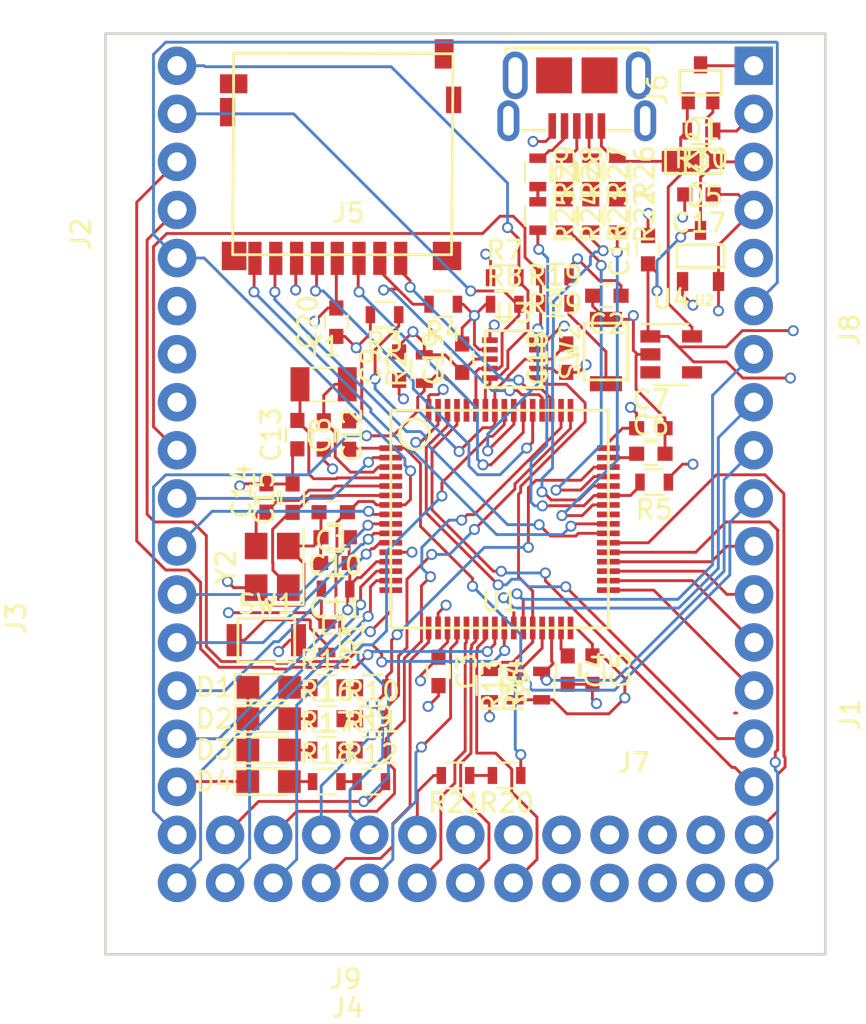
<source format=kicad_pcb>
(kicad_pcb (version 4) (host pcbnew 4.0.7)
  (layers (0 F.Cu signal) (1 In1.Cu power hide) (2 In2.Cu power hide) (31 B.Cu signal) (34 B.Paste user) (35 F.Paste user) (36 B.SilkS user) (37 F.SilkS user) (38 B.Mask user) (39 F.Mask user) (44 Edge.Cuts user))
  (net 0 "")
  (net 1 GND)
  (net 2 RST#)
  (net 3 3V3)
  (net 4 "Net-(C4-Pad1)")
  (net 5 "Net-(C6-Pad1)")
  (net 6 VBACKUP)
  (net 7 A3V3)
  (net 8 "Net-(C12-Pad1)")
  (net 9 "Net-(C13-Pad1)")
  (net 10 "Net-(C14-Pad1)")
  (net 11 "Net-(C15-Pad1)")
  (net 12 V+)
  (net 13 MMA_AVDD)
  (net 14 "Net-(D1-Pad2)")
  (net 15 "Net-(D2-Pad2)")
  (net 16 "Net-(D3-Pad2)")
  (net 17 "Net-(D4-Pad2)")
  (net 18 "Net-(D5-Pad2)")
  (net 19 Y1)
  (net 20 Y2)
  (net 21 Y3)
  (net 22 Y4)
  (net 23 Y5)
  (net 24 Y6)
  (net 25 Y7)
  (net 26 Y8)
  (net 27 BLU_P2)
  (net 28 YEL_P3)
  (net 29 GRN_P4)
  (net 30 RED_P5)
  (net 31 "Net-(J4-Pad6)")
  (net 32 SDIO_D1)
  (net 33 SDIO_D0)
  (net 34 SDIO_CK)
  (net 35 SDIO_CMD)
  (net 36 SDIO_D3)
  (net 37 SDIO_D2)
  (net 38 "Net-(J6-Pad1)")
  (net 39 X1)
  (net 40 X2)
  (net 41 X3)
  (net 42 X4)
  (net 43 X5)
  (net 44 X6)
  (net 45 X7)
  (net 46 X8)
  (net 47 BOOT0-P1)
  (net 48 USB_ID)
  (net 49 BOOT1_MMA_INT)
  (net 50 SCL_X9)
  (net 51 SDA_X10)
  (net 52 "Net-(R15-Pad2)")
  (net 53 "Net-(R10-Pad1)")
  (net 54 "Net-(R11-Pad1)")
  (net 55 "Net-(R12-Pad1)")
  (net 56 Y9)
  (net 57 Y10)
  (net 58 SW_X17)
  (net 59 "Net-(R19-Pad2)")
  (net 60 "Net-(R20-Pad2)")
  (net 61 "Net-(R22-Pad1)")
  (net 62 USB_VBUS)
  (net 63 "Net-(R23-Pad1)")
  (net 64 "Net-(R24-Pad1)")
  (net 65 "Net-(R25-Pad1)")
  (net 66 "Net-(J10-Pad2)")
  (net 67 "Net-(J10-Pad3)")
  (net 68 "Net-(J10-Pad4)")
  (net 69 X18)
  (net 70 X21)
  (net 71 X19)
  (net 72 X20)
  (net 73 X22)
  (net 74 X11)
  (net 75 X12)
  (net 76 Y11)
  (net 77 Y12)
  (net 78 SDIO_SW)
  (net 79 B)
  (net 80 "Net-(U4-Pad4)")
  (net 81 USB_D_N)
  (net 82 USB_D_P)
  (module Capacitors_SMD:C_0603 (layer F.Cu) (at 118.2363 117.18798 180)
    (fp_text reference C1 (at 0 -1.5 180) (layer F.SilkS))
    (fp_text value 100n)
    (pad 2 smd rect (at 0.75 0 180) (size 0.8 0.75) (layers F.Cu F.Paste F.Mask) (net 1 GND))
    (pad 1 smd rect (at -0.75 0 180) (size 0.8 0.75) (layers F.Cu F.Paste F.Mask) (net 2 RST#))
  )
  (module Capacitors_SMD:C_0603 (layer F.Cu) (at 118.3393 118.51386 180)
    (fp_text reference C10 (at 0 -1.5 180) (layer F.SilkS))
    (fp_text value 4u7)
    (pad 2 smd rect (at 0.75 0 180) (size 0.8 0.75) (layers F.Cu F.Paste F.Mask) (net 1 GND))
    (pad 1 smd rect (at -0.75 0 180) (size 0.8 0.75) (layers F.Cu F.Paste F.Mask) (net 7 A3V3))
  )
  (module Capacitors_SMD:C_0603 (layer F.Cu) (at 116.08816 116.44814 90)
    (fp_text reference C15 (at 0 -1.5 90) (layer F.SilkS))
    (fp_text value 10p)
    (pad 2 smd rect (at 0.75 0 90) (size 0.8 0.75) (layers F.Cu F.Paste F.Mask) (net 1 GND))
    (pad 1 smd rect (at -0.75 0 90) (size 0.8 0.75) (layers F.Cu F.Paste F.Mask) (net 11 "Net-(C15-Pad1)"))
  )
  (module Capacitors_SMD:C_0603 (layer F.Cu) (at 114.7064 116.43544 90)
    (fp_text reference C14 (at 0.3436 -1.29794 90) (layer F.SilkS))
    (fp_text value 10p)
    (pad 2 smd rect (at 0.75 0 90) (size 0.8 0.75) (layers F.Cu F.Paste F.Mask) (net 1 GND))
    (pad 1 smd rect (at -0.75 0 90) (size 0.8 0.75) (layers F.Cu F.Paste F.Mask) (net 10 "Net-(C14-Pad1)"))
  )
  (module Inductors_SMD:L_0603 (layer F.Cu) (at 118.36076 121.24944 180)
    (fp_text reference L1 (at 0 -1.9 180) (layer F.SilkS))
    (fp_text value 1k)
    (pad 1 smd rect (at -0.75 0 180) (size 0.5 0.9) (layers F.Cu F.Paste F.Mask) (net 7 A3V3))
    (pad 2 smd rect (at 0.75 0 180) (size 0.5 0.9) (layers F.Cu F.Paste F.Mask) (net 3 3V3))
  )
  (module Capacitors_SMD:C_0603 (layer F.Cu) (at 118.3252 119.8753 180)
    (fp_text reference C11 (at -0.07944 -2.38252 360) (layer F.SilkS))
    (fp_text value 100n)
    (pad 2 smd rect (at 0.75 0 180) (size 0.8 0.75) (layers F.Cu F.Paste F.Mask) (net 1 GND))
    (pad 1 smd rect (at -0.75 0 180) (size 0.8 0.75) (layers F.Cu F.Paste F.Mask) (net 7 A3V3))
  )
  (module Capacitors_SMD:C_0603 (layer F.Cu) (at 121.72114 109.47076 90)
    (fp_text reference C9 (at 0 -1.5 90) (layer F.SilkS))
    (fp_text value 100n)
    (pad 2 smd rect (at 0.75 0 90) (size 0.8 0.75) (layers F.Cu F.Paste F.Mask) (net 1 GND))
    (pad 1 smd rect (at -0.75 0 90) (size 0.8 0.75) (layers F.Cu F.Paste F.Mask) (net 3 3V3))
  )
  (module Capacitors_SMD:C_0603 (layer F.Cu) (at 119.08028 113.11312 90)
    (fp_text reference C8 (at 0 -1.5 90) (layer F.SilkS))
    (fp_text value 100n)
    (pad 2 smd rect (at 0.75 0 90) (size 0.8 0.75) (layers F.Cu F.Paste F.Mask) (net 1 GND))
    (pad 1 smd rect (at -0.75 0 90) (size 0.8 0.75) (layers F.Cu F.Paste F.Mask) (net 6 VBACKUP))
  )
  (module Capacitors_SMD:C_0603 (layer F.Cu) (at 117.73662 113.1069 270)
    (fp_text reference C12 (at 0 -1.5 270) (layer F.SilkS))
    (fp_text value 2p2)
    (pad 2 smd rect (at 0.75 0 270) (size 0.8 0.75) (layers F.Cu F.Paste F.Mask) (net 1 GND))
    (pad 1 smd rect (at -0.75 0 270) (size 0.8 0.75) (layers F.Cu F.Paste F.Mask) (net 8 "Net-(C12-Pad1)"))
  )
  (module Crystals:Crystal_SMD_3215-2pin_3.2x1.5mm (layer F.Cu) (at 117.72868 110.42904)
    (fp_text reference Y1 (at 0 -2) (layer F.SilkS))
    (fp_text value "32.768 kHz")
    (pad 1 smd rect (at 1.25 0) (size 1 1.8) (layers F.Cu F.Paste F.Mask) (net 8 "Net-(C12-Pad1)"))
    (pad 2 smd rect (at -1.25 0) (size 1 1.8) (layers F.Cu F.Paste F.Mask) (net 9 "Net-(C13-Pad1)"))
  )
  (module Capacitors_SMD:C_0603 (layer F.Cu) (at 116.34216 113.09026 270)
    (fp_text reference C13 (at 0 1.397 270) (layer F.SilkS))
    (fp_text value 2p2)
    (pad 2 smd rect (at 0.75 0 270) (size 0.8 0.75) (layers F.Cu F.Paste F.Mask) (net 1 GND))
    (pad 1 smd rect (at -0.75 0 270) (size 0.8 0.75) (layers F.Cu F.Paste F.Mask) (net 9 "Net-(C13-Pad1)"))
  )
  (module Capacitors_SMD:C_0603 (layer F.Cu) (at 132.7 105.75 180)
    (fp_text reference C2 (at 0 -1.5 180) (layer F.SilkS))
    (fp_text value 4u7)
    (pad 2 smd rect (at 0.75 0 180) (size 0.8 0.75) (layers F.Cu F.Paste F.Mask) (net 1 GND))
    (pad 1 smd rect (at -0.75 0 180) (size 0.8 0.75) (layers F.Cu F.Paste F.Mask) (net 3 3V3))
  )
  (module Capacitors_SMD:C_0603 (layer F.Cu) (at 123.8 125.6 270)
    (fp_text reference C3 (at 0 -1.5 270) (layer F.SilkS))
    (fp_text value 100n)
    (pad 2 smd rect (at 0.75 0 270) (size 0.8 0.75) (layers F.Cu F.Paste F.Mask) (net 1 GND))
    (pad 1 smd rect (at -0.75 0 270) (size 0.8 0.75) (layers F.Cu F.Paste F.Mask) (net 3 3V3))
  )
  (module Capacitors_SMD:C_0603 (layer F.Cu) (at 130.62904 125.53258 270)
    (fp_text reference C4 (at 0 -1.5 270) (layer F.SilkS))
    (fp_text value 2u2)
    (pad 2 smd rect (at 0.75 0 270) (size 0.8 0.75) (layers F.Cu F.Paste F.Mask) (net 1 GND))
    (pad 1 smd rect (at -0.75 0 270) (size 0.8 0.75) (layers F.Cu F.Paste F.Mask) (net 4 "Net-(C4-Pad1)"))
  )
  (module Capacitors_SMD:C_0603 (layer F.Cu) (at 131.9346 125.53258 270)
    (fp_text reference C5 (at 0 -1.5 270) (layer F.SilkS))
    (fp_text value 100n)
    (pad 2 smd rect (at 0.75 0 270) (size 0.8 0.75) (layers F.Cu F.Paste F.Mask) (net 1 GND))
    (pad 1 smd rect (at -0.75 0 270) (size 0.8 0.75) (layers F.Cu F.Paste F.Mask) (net 3 3V3))
  )
  (module Capacitors_SMD:C_0603 (layer F.Cu) (at 135.02386 114.09934)
    (fp_text reference C6 (at 0 -1.5) (layer F.SilkS))
    (fp_text value 2u2)
    (pad 2 smd rect (at 0.75 0) (size 0.8 0.75) (layers F.Cu F.Paste F.Mask) (net 1 GND))
    (pad 1 smd rect (at -0.75 0) (size 0.8 0.75) (layers F.Cu F.Paste F.Mask) (net 5 "Net-(C6-Pad1)"))
  )
  (module Capacitors_SMD:C_0603 (layer F.Cu) (at 135.02316 112.7506)
    (fp_text reference C7 (at 0 -1.5) (layer F.SilkS))
    (fp_text value 100n)
    (pad 2 smd rect (at 0.75 0) (size 0.8 0.75) (layers F.Cu F.Paste F.Mask) (net 1 GND))
    (pad 1 smd rect (at -0.75 0) (size 0.8 0.75) (layers F.Cu F.Paste F.Mask) (net 3 3V3))
  )
  (module Capacitors_SMD:C_0603 (layer F.Cu) (at 134.87306 103.31616 90)
    (fp_text reference C16 (at 0 -1.5 90) (layer F.SilkS))
    (fp_text value 2u2)
    (pad 2 smd rect (at 0.75 0 90) (size 0.8 0.75) (layers F.Cu F.Paste F.Mask) (net 1 GND))
    (pad 1 smd rect (at -0.75 0 90) (size 0.8 0.75) (layers F.Cu F.Paste F.Mask) (net 12 V+))
  )
  (module Capacitors_SMD:C_0603 (layer F.Cu) (at 137.56476 100.40024 180)
    (fp_text reference C17 (at 0 -1.5 180) (layer F.SilkS))
    (fp_text value 4u7)
    (pad 2 smd rect (at 0.75 0 180) (size 0.8 0.75) (layers F.Cu F.Paste F.Mask) (net 1 GND))
    (pad 1 smd rect (at -0.75 0 180) (size 0.8 0.75) (layers F.Cu F.Paste F.Mask) (net 3 3V3))
  )
  (module Capacitors_SMD:C_0603 (layer F.Cu) (at 130.55 109.05 90)
    (fp_text reference C18 (at 0 -1.5 90) (layer F.SilkS))
    (fp_text value 100n)
    (pad 2 smd rect (at 0.75 0 90) (size 0.8 0.75) (layers F.Cu F.Paste F.Mask) (net 13 MMA_AVDD))
    (pad 1 smd rect (at -0.75 0 90) (size 0.8 0.75) (layers F.Cu F.Paste F.Mask) (net 1 GND))
  )
  (module Capacitors_SMD:C_0603 (layer F.Cu) (at 125.05 109.05 90)
    (fp_text reference C19 (at 0 -1.5 90) (layer F.SilkS))
    (fp_text value 100n)
    (pad 2 smd rect (at 0.75 0 90) (size 0.8 0.75) (layers F.Cu F.Paste F.Mask) (net 3 3V3))
    (pad 1 smd rect (at -0.75 0 90) (size 0.8 0.75) (layers F.Cu F.Paste F.Mask) (net 1 GND))
  )
  (module Capacitors_SMD:C_0603 (layer F.Cu) (at 118.4 107.15 90)
    (fp_text reference C20 (at 0 -1.5 90) (layer F.SilkS))
    (fp_text value 4u7)
    (pad 2 smd rect (at 0.75 0 90) (size 0.8 0.75) (layers F.Cu F.Paste F.Mask) (net 3 3V3))
    (pad 1 smd rect (at -0.75 0 90) (size 0.8 0.75) (layers F.Cu F.Paste F.Mask) (net 1 GND))
  )
  (module LEDs:LED_0805 (layer F.Cu) (at 114.8301 126.445)
    (fp_text reference D1 (at -2.878 0) (layer F.SilkS))
    (fp_text value LED_RED)
    (pad 2 smd rect (at 1.1 0 180) (size 1.2 1.2) (layers F.Cu F.Paste F.Mask) (net 14 "Net-(D1-Pad2)"))
    (pad 1 smd rect (at -1.1 0 180) (size 1.2 1.2) (layers F.Cu F.Paste F.Mask) (net 1 GND))
  )
  (module LEDs:LED_0805 (layer F.Cu) (at 114.8301 128.10108)
    (fp_text reference D2 (at -2.878 0) (layer F.SilkS))
    (fp_text value LED_GREEN)
    (pad 2 smd rect (at 1.1 0 180) (size 1.2 1.2) (layers F.Cu F.Paste F.Mask) (net 15 "Net-(D2-Pad2)"))
    (pad 1 smd rect (at -1.1 0 180) (size 1.2 1.2) (layers F.Cu F.Paste F.Mask) (net 1 GND))
  )
  (module LEDs:LED_0805 (layer F.Cu) (at 114.82248 129.75462)
    (fp_text reference D3 (at -2.878 0) (layer F.SilkS))
    (fp_text value LED_YELLOW)
    (pad 2 smd rect (at 1.1 0 180) (size 1.2 1.2) (layers F.Cu F.Paste F.Mask) (net 16 "Net-(D3-Pad2)"))
    (pad 1 smd rect (at -1.1 0 180) (size 1.2 1.2) (layers F.Cu F.Paste F.Mask) (net 1 GND))
  )
  (module LEDs:LED_0805 (layer F.Cu) (at 114.8174 131.42086)
    (fp_text reference D4 (at -2.878 0) (layer F.SilkS))
    (fp_text value LED_BLUE)
    (pad 2 smd rect (at 1.1 0 180) (size 1.2 1.2) (layers F.Cu F.Paste F.Mask) (net 17 "Net-(D4-Pad2)"))
    (pad 1 smd rect (at -1.1 0 180) (size 1.2 1.2) (layers F.Cu F.Paste F.Mask) (net 1 GND))
  )
  (module Project2Footprints:1x8_Header (layer F.Cu) (at 140.48 127.88 90)
    (fp_text reference J1 (at 0 5.08 90) (layer F.SilkS))
    (fp_text value Header_8-Y1Y8)
    (pad 1 thru_hole circle (at -8.89 0 90) (size 2.032 2.032) (drill 1.016) (layers *.Cu *.Mask) (net 19 Y1))
    (pad 2 thru_hole circle (at -6.35 0 90) (size 2.032 2.032) (drill 1.016) (layers *.Cu *.Mask) (net 20 Y2))
    (pad 3 thru_hole circle (at -3.81 0 90) (size 2.032 2.032) (drill 1.016) (layers *.Cu *.Mask) (net 21 Y3))
    (pad 4 thru_hole circle (at -1.27 0 90) (size 2.032 2.032) (drill 1.016) (layers *.Cu *.Mask) (net 22 Y4))
    (pad 5 thru_hole circle (at 1.27 0 90) (size 2.032 2.032) (drill 1.016) (layers *.Cu *.Mask) (net 23 Y5))
    (pad 6 thru_hole circle (at 3.81 0 90) (size 2.032 2.032) (drill 1.016) (layers *.Cu *.Mask) (net 24 Y6))
    (pad 7 thru_hole circle (at 6.35 0 90) (size 2.032 2.032) (drill 1.016) (layers *.Cu *.Mask) (net 25 Y7))
    (pad 8 thru_hole circle (at 8.89 0 90) (size 2.032 2.032) (drill 1.016) (layers *.Cu *.Mask) (net 26 Y8))
  )
  (module Project2Footprints:1x8_Header (layer F.Cu) (at 109.982 102.489 270)
    (fp_text reference J2 (at 0 5.08 270) (layer F.SilkS))
    (fp_text value Header_8-X9X16)
    (pad 1 thru_hole circle (at -8.89 0 270) (size 2.032 2.032) (drill 1.016) (layers *.Cu *.Mask) (net 50 SCL_X9))
    (pad 2 thru_hole circle (at -6.35 0 270) (size 2.032 2.032) (drill 1.016) (layers *.Cu *.Mask) (net 51 SDA_X10))
    (pad 3 thru_hole circle (at -3.81 0 270) (size 2.032 2.032) (drill 1.016) (layers *.Cu *.Mask) (net 74 X11))
    (pad 4 thru_hole circle (at -1.27 0 270) (size 2.032 2.032) (drill 1.016) (layers *.Cu *.Mask) (net 75 X12))
    (pad 5 thru_hole circle (at 1.27 0 270) (size 2.032 2.032) (drill 1.016) (layers *.Cu *.Mask) (net 2 RST#))
    (pad 6 thru_hole circle (at 3.81 0 270) (size 2.032 2.032) (drill 1.016) (layers *.Cu *.Mask) (net 1 GND))
    (pad 7 thru_hole circle (at 6.35 0 270) (size 2.032 2.032) (drill 1.016) (layers *.Cu *.Mask) (net 3 3V3))
    (pad 8 thru_hole circle (at 8.89 0 270) (size 2.032 2.032) (drill 1.016) (layers *.Cu *.Mask) (net 12 V+))
  )
  (module Project2Footprints:1x8_Header (layer F.Cu) (at 109.982 122.809 270)
    (fp_text reference J3 (at 0 8.509 270) (layer F.SilkS))
    (fp_text value Header_X17X24)
    (pad 1 thru_hole circle (at -8.89 0 270) (size 2.032 2.032) (drill 1.016) (layers *.Cu *.Mask) (net 58 SW_X17))
    (pad 2 thru_hole circle (at -6.35 0 270) (size 2.032 2.032) (drill 1.016) (layers *.Cu *.Mask) (net 69 X18))
    (pad 3 thru_hole circle (at -3.81 0 270) (size 2.032 2.032) (drill 1.016) (layers *.Cu *.Mask) (net 71 X19))
    (pad 4 thru_hole circle (at -1.27 0 270) (size 2.032 2.032) (drill 1.016) (layers *.Cu *.Mask) (net 72 X20))
    (pad 5 thru_hole circle (at 1.27 0 270) (size 2.032 2.032) (drill 1.016) (layers *.Cu *.Mask) (net 70 X21))
    (pad 6 thru_hole circle (at 3.81 0 270) (size 2.032 2.032) (drill 1.016) (layers *.Cu *.Mask) (net 73 X22))
    (pad 7 thru_hole circle (at 6.35 0 270) (size 2.032 2.032) (drill 1.016) (layers *.Cu *.Mask) (net 7 A3V3))
    (pad 8 thru_hole circle (at 8.89 0 270) (size 2.032 2.032) (drill 1.016) (layers *.Cu *.Mask) (net 1 GND))
  )
  (module Project2Footprints:1x8_Header (layer F.Cu) (at 118.872 134.239)
    (fp_text reference J4 (at 0.127 9.144) (layer F.SilkS))
    (fp_text value Header_8-P1P8)
    (pad 1 thru_hole circle (at -8.89 0) (size 2.032 2.032) (drill 1.016) (layers *.Cu *.Mask) (net 47 BOOT0-P1))
    (pad 2 thru_hole circle (at -6.35 0) (size 2.032 2.032) (drill 1.016) (layers *.Cu *.Mask) (net 27 BLU_P2))
    (pad 3 thru_hole circle (at -3.81 0) (size 2.032 2.032) (drill 1.016) (layers *.Cu *.Mask) (net 28 YEL_P3))
    (pad 4 thru_hole circle (at -1.27 0) (size 2.032 2.032) (drill 1.016) (layers *.Cu *.Mask) (net 29 GRN_P4))
    (pad 5 thru_hole circle (at 1.27 0) (size 2.032 2.032) (drill 1.016) (layers *.Cu *.Mask) (net 30 RED_P5))
    (pad 6 thru_hole circle (at 3.81 0) (size 2.032 2.032) (drill 1.016) (layers *.Cu *.Mask) (net 31 "Net-(J4-Pad6)"))
    (pad 7 thru_hole circle (at 6.35 0) (size 2.032 2.032) (drill 1.016) (layers *.Cu *.Mask) (net 12 V+))
    (pad 8 thru_hole circle (at 8.89 0) (size 2.032 2.032) (drill 1.016) (layers *.Cu *.Mask) (net 1 GND))
  )
  (module Project2Footprints:MicroSD (layer F.Cu) (at 112.25 104.65)
    (fp_text reference J5 (at 6.78942 -3.27406) (layer F.SilkS))
    (fp_text value MicroSD-PUSH_PULL)
    (pad "" smd rect (at 0.75 -1) (size 1.3 1.5) (layers F.Cu F.Paste F.Mask))
    (pad 8 smd rect (at 1.85 -0.875) (size 0.7 1.75) (layers F.Cu F.Paste F.Mask) (net 32 SDIO_D1))
    (pad 7 smd rect (at 2.95 -0.875) (size 0.7 1.75) (layers F.Cu F.Paste F.Mask) (net 33 SDIO_D0))
    (pad 6 smd rect (at 4.05 -0.875) (size 0.7 1.75) (layers F.Cu F.Paste F.Mask) (net 1 GND))
    (pad 5 smd rect (at 5.15 -0.875) (size 0.7 1.75) (layers F.Cu F.Paste F.Mask) (net 34 SDIO_CK))
    (pad 4 smd rect (at 6.2 -0.875) (size 0.7 1.75) (layers F.Cu F.Paste F.Mask) (net 3 3V3))
    (pad 3 smd rect (at 7.35 -0.875) (size 0.7 1.75) (layers F.Cu F.Paste F.Mask) (net 35 SDIO_CMD))
    (pad 2 smd rect (at 8.45 -0.875) (size 0.7 1.75) (layers F.Cu F.Paste F.Mask) (net 36 SDIO_D3))
    (pad 1 smd rect (at 9.55 -0.875) (size 0.7 1.75) (layers F.Cu F.Paste F.Mask) (net 37 SDIO_D2))
    (pad "" smd rect (at 12 -1) (size 1.5 1.5) (layers F.Cu F.Paste F.Mask))
    (pad "" smd rect (at 0.725 -10.1) (size 1.45 1) (layers F.Cu F.Paste F.Mask))
    (pad "" smd rect (at 0.4 -8.6) (size 0.8 1.5) (layers F.Cu F.Paste F.Mask))
    (pad "" smd rect (at 12.35 -9.25) (size 0.8 1.4) (layers F.Cu F.Paste F.Mask))
    (pad "" smd rect (at 11.85 -11.675) (size 1 1.55) (layers F.Cu F.Paste F.Mask))
  )
  (module Project2Footprints:Battery (layer F.Cu) (at 140.462 94.869 270)
    (fp_text reference J6 (at 0 5.08 270) (layer F.SilkS))
    (fp_text value Proj2Battery)
    (pad 1 thru_hole rect (at -1.27 0 270) (size 2.032 2.032) (drill 1.016) (layers *.Cu *.Mask) (net 38 "Net-(J6-Pad1)"))
    (pad 2 thru_hole circle (at 1.27 0 270) (size 2.032 2.032) (drill 1.016) (layers *.Cu *.Mask) (net 1 GND))
  )
  (module Project2Footprints:2x4_Header (layer F.Cu) (at 134.112 135.509 180)
    (fp_text reference J7 (at 0 5.08 180) (layer F.SilkS))
    (fp_text value Header_P9P10)
    (pad 1 thru_hole circle (at -3.81 1.27 180) (size 2.032 2.032) (drill 1.016) (layers *.Cu *.Mask) (net 1 GND))
    (pad 2 thru_hole circle (at -1.27 1.27 180) (size 2.032 2.032) (drill 1.016) (layers *.Cu *.Mask) (net 1 GND))
    (pad 3 thru_hole circle (at 1.27 1.27 180) (size 2.032 2.032) (drill 1.016) (layers *.Cu *.Mask) (net 1 GND))
    (pad 4 thru_hole circle (at 3.81 1.27 180) (size 2.032 2.032) (drill 1.016) (layers *.Cu *.Mask) (net 1 GND))
    (pad 5 thru_hole circle (at -3.81 -1.27 180) (size 2.032 2.032) (drill 1.016) (layers *.Cu *.Mask) (net 12 V+))
    (pad 6 thru_hole circle (at -1.27 -1.27 180) (size 2.032 2.032) (drill 1.016) (layers *.Cu *.Mask) (net 12 V+))
    (pad 7 thru_hole circle (at 1.27 -1.27 180) (size 2.032 2.032) (drill 1.016) (layers *.Cu *.Mask) (net 12 V+))
    (pad 8 thru_hole circle (at 3.81 -1.27 180) (size 2.032 2.032) (drill 1.016) (layers *.Cu *.Mask) (net 12 V+))
  )
  (module Project2Footprints:1x8_Header (layer F.Cu) (at 140.462 107.569 90)
    (fp_text reference J8 (at 0 5.08 90) (layer F.SilkS))
    (fp_text value Header_8-Y9Y16)
    (pad 1 thru_hole circle (at -8.89 0 90) (size 2.032 2.032) (drill 1.016) (layers *.Cu *.Mask) (net 56 Y9))
    (pad 2 thru_hole circle (at -6.35 0 90) (size 2.032 2.032) (drill 1.016) (layers *.Cu *.Mask) (net 57 Y10))
    (pad 3 thru_hole circle (at -3.81 0 90) (size 2.032 2.032) (drill 1.016) (layers *.Cu *.Mask) (net 76 Y11))
    (pad 4 thru_hole circle (at -1.27 0 90) (size 2.032 2.032) (drill 1.016) (layers *.Cu *.Mask) (net 77 Y12))
    (pad 5 thru_hole circle (at 1.27 0 90) (size 2.032 2.032) (drill 1.016) (layers *.Cu *.Mask) (net 2 RST#))
    (pad 6 thru_hole circle (at 3.81 0 90) (size 2.032 2.032) (drill 1.016) (layers *.Cu *.Mask) (net 1 GND))
    (pad 7 thru_hole circle (at 6.35 0 90) (size 2.032 2.032) (drill 1.016) (layers *.Cu *.Mask) (net 3 3V3))
    (pad 8 thru_hole circle (at 8.89 0 90) (size 2.032 2.032) (drill 1.016) (layers *.Cu *.Mask) (net 12 V+))
  )
  (module Project2Footprints:1x8_Header (layer F.Cu) (at 118.872 136.779)
    (fp_text reference J9 (at 0 5.08) (layer F.SilkS))
    (fp_text value Header_8-X1X8)
    (pad 1 thru_hole circle (at -8.89 0) (size 2.032 2.032) (drill 1.016) (layers *.Cu *.Mask) (net 39 X1))
    (pad 2 thru_hole circle (at -6.35 0) (size 2.032 2.032) (drill 1.016) (layers *.Cu *.Mask) (net 40 X2))
    (pad 3 thru_hole circle (at -3.81 0) (size 2.032 2.032) (drill 1.016) (layers *.Cu *.Mask) (net 41 X3))
    (pad 4 thru_hole circle (at -1.27 0) (size 2.032 2.032) (drill 1.016) (layers *.Cu *.Mask) (net 42 X4))
    (pad 5 thru_hole circle (at 1.27 0) (size 2.032 2.032) (drill 1.016) (layers *.Cu *.Mask) (net 43 X5))
    (pad 6 thru_hole circle (at 3.81 0) (size 2.032 2.032) (drill 1.016) (layers *.Cu *.Mask) (net 44 X6))
    (pad 7 thru_hole circle (at 6.35 0) (size 2.032 2.032) (drill 1.016) (layers *.Cu *.Mask) (net 45 X7))
    (pad 8 thru_hole circle (at 8.89 0) (size 2.032 2.032) (drill 1.016) (layers *.Cu *.Mask) (net 46 X8))
  )
  (module Project2Footprints:MOSFET (layer F.Cu) (at 137.65 94.5)
    (fp_text reference Q1 (at 0.05 2.5) (layer F.SilkS))
    (fp_text value DMP2160UW)
    (pad 1 smd rect (at -0.65 0.95) (size 0.7 0.9) (layers F.Cu F.Paste F.Mask) (net 18 "Net-(D5-Pad2)"))
    (pad 2 smd rect (at 0.65 0.95) (size 0.7 0.9) (layers F.Cu F.Paste F.Mask) (net 12 V+))
    (pad 3 smd rect (at 0 -0.95) (size 0.7 0.9) (layers F.Cu F.Paste F.Mask) (net 38 "Net-(J6-Pad1)"))
  )
  (module Resistors_SMD:R_0603 (layer F.Cu) (at 117.9 123.85 270)
    (fp_text reference R1 (at 0 -1.45 270) (layer F.SilkS))
    (fp_text value 4.75k)
    (pad 1 smd rect (at -0.75 0 270) (size 0.5 0.9) (layers F.Cu F.Paste F.Mask) (net 3 3V3))
    (pad 2 smd rect (at 0.75 0 270) (size 0.5 0.9) (layers F.Cu F.Paste F.Mask) (net 2 RST#))
  )
  (module Resistors_SMD:R_0603 (layer F.Cu) (at 123.05 109.62202 90)
    (fp_text reference R2 (at 0 -1.45 90) (layer F.SilkS))
    (fp_text value 100k)
    (pad 1 smd rect (at -0.75 0 90) (size 0.5 0.9) (layers F.Cu F.Paste F.Mask) (net 47 BOOT0-P1))
    (pad 2 smd rect (at 0.75 0 90) (size 0.5 0.9) (layers F.Cu F.Paste F.Mask) (net 1 GND))
  )
  (module Resistors_SMD:R_0603 (layer F.Cu) (at 120.95 106.75 180)
    (fp_text reference R3 (at 0 -1.45 180) (layer F.SilkS))
    (fp_text value 100k)
    (pad 1 smd rect (at -0.75 0 180) (size 0.5 0.9) (layers F.Cu F.Paste F.Mask) (net 13 MMA_AVDD))
    (pad 2 smd rect (at 0.75 0 180) (size 0.5 0.9) (layers F.Cu F.Paste F.Mask) (net 1 GND))
  )
  (module Resistors_SMD:R_0603 (layer F.Cu) (at 124.05 106.2 180)
    (fp_text reference R4 (at 0 -1.45 180) (layer F.SilkS))
    (fp_text value 100k)
    (pad 1 smd rect (at -0.75 0 180) (size 0.5 0.9) (layers F.Cu F.Paste F.Mask) (net 3 3V3))
    (pad 2 smd rect (at 0.75 0 180) (size 0.5 0.9) (layers F.Cu F.Paste F.Mask) (net 36 SDIO_D3))
  )
  (module Resistors_SMD:R_0603 (layer F.Cu) (at 135.2 115.6 180)
    (fp_text reference R5 (at 0 -1.45 180) (layer F.SilkS))
    (fp_text value 100k)
    (pad 1 smd rect (at -0.75 0 180) (size 0.5 0.9) (layers F.Cu F.Paste F.Mask) (net 3 3V3))
    (pad 2 smd rect (at 0.75 0 180) (size 0.5 0.9) (layers F.Cu F.Paste F.Mask) (net 48 USB_ID))
  )
  (module Resistors_SMD:R_0603 (layer F.Cu) (at 126.5 126.35 270)
    (fp_text reference R6 (at 0 -1.45 270) (layer F.SilkS))
    (fp_text value 100k)
    (pad 1 smd rect (at -0.75 0 270) (size 0.5 0.9) (layers F.Cu F.Paste F.Mask) (net 49 BOOT1_MMA_INT))
    (pad 2 smd rect (at 0.75 0 270) (size 0.5 0.9) (layers F.Cu F.Paste F.Mask) (net 1 GND))
  )
  (module Resistors_SMD:R_0603 (layer F.Cu) (at 127.3 104.8)
    (fp_text reference R7 (at 0 -1.45) (layer F.SilkS))
    (fp_text value 4.75k)
    (pad 1 smd rect (at -0.75 0) (size 0.5 0.9) (layers F.Cu F.Paste F.Mask) (net 3 3V3))
    (pad 2 smd rect (at 0.75 0) (size 0.5 0.9) (layers F.Cu F.Paste F.Mask) (net 50 SCL_X9))
  )
  (module Resistors_SMD:R_0603 (layer F.Cu) (at 127.3 106.2)
    (fp_text reference R8 (at 0 -1.45) (layer F.SilkS))
    (fp_text value 4.75k)
    (pad 1 smd rect (at -0.75 0) (size 0.5 0.9) (layers F.Cu F.Paste F.Mask) (net 3 3V3))
    (pad 2 smd rect (at 0.75 0) (size 0.5 0.9) (layers F.Cu F.Paste F.Mask) (net 51 SDA_X10))
  )
  (module Resistors_SMD:R_0603 (layer F.Cu) (at 120.31448 126.46786)
    (fp_text reference R9 (at 0.115 1.524) (layer F.SilkS))
    (fp_text value 499)
    (pad 1 smd rect (at -0.75 0) (size 0.5 0.9) (layers F.Cu F.Paste F.Mask) (net 52 "Net-(R15-Pad2)"))
    (pad 2 smd rect (at 0.75 0) (size 0.5 0.9) (layers F.Cu F.Paste F.Mask) (net 30 RED_P5))
  )
  (module Resistors_SMD:R_0603 (layer F.Cu) (at 120.31448 128.10362)
    (fp_text reference R10 (at 0 -1.45) (layer F.SilkS))
    (fp_text value 499)
    (pad 1 smd rect (at -0.75 0) (size 0.5 0.9) (layers F.Cu F.Paste F.Mask) (net 53 "Net-(R10-Pad1)"))
    (pad 2 smd rect (at 0.75 0) (size 0.5 0.9) (layers F.Cu F.Paste F.Mask) (net 29 GRN_P4))
  )
  (module Resistors_SMD:R_0603 (layer F.Cu) (at 120.29416 129.75462)
    (fp_text reference R11 (at 0 -1.45) (layer F.SilkS))
    (fp_text value 499)
    (pad 1 smd rect (at -0.75 0) (size 0.5 0.9) (layers F.Cu F.Paste F.Mask) (net 54 "Net-(R11-Pad1)"))
    (pad 2 smd rect (at 0.75 0) (size 0.5 0.9) (layers F.Cu F.Paste F.Mask) (net 28 YEL_P3))
  )
  (module Resistors_SMD:R_0603 (layer F.Cu) (at 120.24704 131.4234)
    (fp_text reference R12 (at 0 -1.45) (layer F.SilkS))
    (fp_text value 110)
    (pad 1 smd rect (at -0.75 0) (size 0.5 0.9) (layers F.Cu F.Paste F.Mask) (net 55 "Net-(R12-Pad1)"))
    (pad 2 smd rect (at 0.75 0) (size 0.5 0.9) (layers F.Cu F.Paste F.Mask) (net 27 BLU_P2))
  )
  (module Resistors_SMD:R_0603 (layer F.Cu) (at 127.85 126.35 90)
    (fp_text reference R13 (at 0 -1.2 90) (layer F.SilkS))
    (fp_text value 4.75k)
    (pad 1 smd rect (at -0.75 0 90) (size 0.5 0.9) (layers F.Cu F.Paste F.Mask) (net 3 3V3))
    (pad 2 smd rect (at 0.75 0 90) (size 0.5 0.9) (layers F.Cu F.Paste F.Mask) (net 56 Y9))
  )
  (module Resistors_SMD:R_0603 (layer F.Cu) (at 129.25 126.35 90)
    (fp_text reference R14 (at 0 -1.45 90) (layer F.SilkS))
    (fp_text value 4.75k)
    (pad 1 smd rect (at -0.75 0 90) (size 0.5 0.9) (layers F.Cu F.Paste F.Mask) (net 3 3V3))
    (pad 2 smd rect (at 0.75 0 90) (size 0.5 0.9) (layers F.Cu F.Paste F.Mask) (net 57 Y10))
  )
  (module Resistors_SMD:R_0603 (layer F.Cu) (at 117.907434 126.467)
    (fp_text reference R15 (at 0 -1.45) (layer F.SilkS))
    (fp_text value 60.4)
    (pad 1 smd rect (at -0.75 0) (size 0.5 0.9) (layers F.Cu F.Paste F.Mask) (net 14 "Net-(D1-Pad2)"))
    (pad 2 smd rect (at 0.75 0) (size 0.5 0.9) (layers F.Cu F.Paste F.Mask) (net 52 "Net-(R15-Pad2)"))
  )
  (module Resistors_SMD:R_0603 (layer F.Cu) (at 117.910314 128.10148)
    (fp_text reference R16 (at 0 -1.45) (layer F.SilkS))
    (fp_text value 60.4)
    (pad 1 smd rect (at -0.75 0) (size 0.5 0.9) (layers F.Cu F.Paste F.Mask) (net 15 "Net-(D2-Pad2)"))
    (pad 2 smd rect (at 0.75 0) (size 0.5 0.9) (layers F.Cu F.Paste F.Mask) (net 53 "Net-(R10-Pad1)"))
  )
  (module Resistors_SMD:R_0603 (layer F.Cu) (at 117.904394 129.75712)
    (fp_text reference R17 (at 0 -1.45) (layer F.SilkS))
    (fp_text value 60.4)
    (pad 1 smd rect (at -0.75 0) (size 0.5 0.9) (layers F.Cu F.Paste F.Mask) (net 16 "Net-(D3-Pad2)"))
    (pad 2 smd rect (at 0.75 0) (size 0.5 0.9) (layers F.Cu F.Paste F.Mask) (net 54 "Net-(R11-Pad1)"))
  )
  (module Resistors_SMD:R_0603 (layer F.Cu) (at 117.895 131.4234)
    (fp_text reference R18 (at 0 -1.45) (layer F.SilkS))
    (fp_text value 110)
    (pad 1 smd rect (at -0.75 0) (size 0.5 0.9) (layers F.Cu F.Paste F.Mask) (net 17 "Net-(D4-Pad2)"))
    (pad 2 smd rect (at 0.75 0) (size 0.5 0.9) (layers F.Cu F.Paste F.Mask) (net 55 "Net-(R12-Pad1)"))
  )
  (module Resistors_SMD:R_0603 (layer F.Cu) (at 129.95 106.15)
    (fp_text reference R19 (at 0 -1.45) (layer F.SilkS))
    (fp_text value 4k7)
    (pad 1 smd rect (at -0.75 0) (size 0.5 0.9) (layers F.Cu F.Paste F.Mask) (net 58 SW_X17))
    (pad 2 smd rect (at 0.75 0) (size 0.5 0.9) (layers F.Cu F.Paste F.Mask) (net 59 "Net-(R19-Pad2)"))
  )
  (module Resistors_SMD:R_0603 (layer F.Cu) (at 127.4 131.1 180)
    (fp_text reference R20 (at 0 -1.45 180) (layer F.SilkS))
    (fp_text value 110)
    (pad 1 smd rect (at -0.75 0 180) (size 0.5 0.9) (layers F.Cu F.Paste F.Mask) (net 6 VBACKUP))
    (pad 2 smd rect (at 0.75 0 180) (size 0.5 0.9) (layers F.Cu F.Paste F.Mask) (net 60 "Net-(R20-Pad2)"))
  )
  (module Resistors_SMD:R_0603 (layer F.Cu) (at 124.7 131.1 180)
    (fp_text reference R21 (at 0 -1.45 180) (layer F.SilkS))
    (fp_text value 110)
    (pad 1 smd rect (at -0.75 0 180) (size 0.5 0.9) (layers F.Cu F.Paste F.Mask) (net 60 "Net-(R20-Pad2)"))
    (pad 2 smd rect (at 0.75 0 180) (size 0.5 0.9) (layers F.Cu F.Paste F.Mask) (net 31 "Net-(J4-Pad6)"))
  )
  (module Resistors_SMD:R_0603 (layer F.Cu) (at 133.2484 101.5372 270)
    (fp_text reference R22 (at 0 -1.45 270) (layer F.SilkS))
    (fp_text value 499)
    (pad 1 smd rect (at -0.75 0 270) (size 0.5 0.9) (layers F.Cu F.Paste F.Mask) (net 61 "Net-(R22-Pad1)"))
    (pad 2 smd rect (at 0.75 0 270) (size 0.5 0.9) (layers F.Cu F.Paste F.Mask) (net 62 USB_VBUS))
  )
  (module Resistors_SMD:R_0603 (layer F.Cu) (at 131.8514 101.53326 270)
    (fp_text reference R23 (at 0 -1.45 270) (layer F.SilkS))
    (fp_text value 11)
    (pad 1 smd rect (at -0.75 0 270) (size 0.5 0.9) (layers F.Cu F.Paste F.Mask) (net 63 "Net-(R23-Pad1)"))
    (pad 2 smd rect (at 0.75 0 270) (size 0.5 0.9) (layers F.Cu F.Paste F.Mask) (net 81 USB_D_N))
  )
  (module Resistors_SMD:R_0603 (layer F.Cu) (at 130.44932 101.5358 270)
    (fp_text reference R24 (at 0 -1.45 270) (layer F.SilkS))
    (fp_text value 11)
    (pad 1 smd rect (at -0.75 0 270) (size 0.5 0.9) (layers F.Cu F.Paste F.Mask) (net 64 "Net-(R24-Pad1)"))
    (pad 2 smd rect (at 0.75 0 270) (size 0.5 0.9) (layers F.Cu F.Paste F.Mask) (net 82 USB_D_P))
  )
  (module Resistors_SMD:R_0603 (layer F.Cu) (at 129.04978 101.5372 270)
    (fp_text reference R25 (at 0 -1.45 270) (layer F.SilkS))
    (fp_text value 499)
    (pad 1 smd rect (at -0.75 0 270) (size 0.5 0.9) (layers F.Cu F.Paste F.Mask) (net 65 "Net-(R25-Pad1)"))
    (pad 2 smd rect (at 0.75 0 270) (size 0.5 0.9) (layers F.Cu F.Paste F.Mask) (net 48 USB_ID))
  )
  (module Resistors_SMD:R_0603 (layer F.Cu) (at 133.2484 99.23456 270)
    (fp_text reference R26 (at 0 -1.45 270) (layer F.SilkS))
    (fp_text value 60.4)
    (pad 1 smd rect (at -0.75 0 270) (size 0.5 0.9) (layers F.Cu F.Paste F.Mask) (net 18 "Net-(D5-Pad2)"))
    (pad 2 smd rect (at 0.75 0 270) (size 0.5 0.9) (layers F.Cu F.Paste F.Mask) (net 61 "Net-(R22-Pad1)"))
  )
  (module Resistors_SMD:R_0603 (layer F.Cu) (at 131.84886 99.23202 270)
    (fp_text reference R27 (at 0 -1.45 270) (layer F.SilkS))
    (fp_text value 11)
    (pad 1 smd rect (at -0.75 0 270) (size 0.5 0.9) (layers F.Cu F.Paste F.Mask) (net 66 "Net-(J10-Pad2)"))
    (pad 2 smd rect (at 0.75 0 270) (size 0.5 0.9) (layers F.Cu F.Paste F.Mask) (net 63 "Net-(R23-Pad1)"))
  )
  (module Resistors_SMD:R_0603 (layer F.Cu) (at 130.45186 99.23202 270)
    (fp_text reference R28 (at 0 -1.45 270) (layer F.SilkS))
    (fp_text value 11)
    (pad 1 smd rect (at -0.75 0 270) (size 0.5 0.9) (layers F.Cu F.Paste F.Mask) (net 67 "Net-(J10-Pad3)"))
    (pad 2 smd rect (at 0.75 0 270) (size 0.5 0.9) (layers F.Cu F.Paste F.Mask) (net 64 "Net-(R24-Pad1)"))
  )
  (module Resistors_SMD:R_0603 (layer F.Cu) (at 129.04978 99.23456 270)
    (fp_text reference R29 (at 0 -1.45 270) (layer F.SilkS))
    (fp_text value 60.4)
    (pad 1 smd rect (at -0.75 0 270) (size 0.5 0.9) (layers F.Cu F.Paste F.Mask) (net 68 "Net-(J10-Pad4)"))
    (pad 2 smd rect (at 0.75 0 270) (size 0.5 0.9) (layers F.Cu F.Paste F.Mask) (net 65 "Net-(R25-Pad1)"))
  )
  (module Resistors_SMD:R_0603 (layer F.Cu) (at 137.7 97.05 180)
    (fp_text reference R30 (at 0 -1.45 180) (layer F.SilkS))
    (fp_text value 100k)
    (pad 1 smd rect (at -0.75 0 180) (size 0.5 0.9) (layers F.Cu F.Paste F.Mask) (net 1 GND))
    (pad 2 smd rect (at 0.75 0 180) (size 0.5 0.9) (layers F.Cu F.Paste F.Mask) (net 18 "Net-(D5-Pad2)"))
  )
  (module Project2Footprints:MicrocontrollerFootprint (layer F.Cu) (at 127.0285 117.55546)
    (fp_text reference U1 (at 0.036 4.353) (layer F.SilkS))
    (fp_text value STM32F405RGT6)
    (pad 17 smd rect (at -3.75 5.75 90) (size 1.2 0.3) (layers F.Cu F.Paste F.Mask) (net 42 X4))
    (pad 6 smd rect (at -5.75 -1.25) (size 1.2 0.3) (layers F.Cu F.Paste F.Mask) (net 11 "Net-(C15-Pad1)"))
    (pad 1 smd rect (at -5.75 -3.75) (size 1.2 0.3) (layers F.Cu F.Paste F.Mask) (net 6 VBACKUP))
    (pad 4 smd rect (at -5.75 -2.25) (size 1.2 0.3) (layers F.Cu F.Paste F.Mask) (net 9 "Net-(C13-Pad1)"))
    (pad 2 smd rect (at -5.75 -3.25) (size 1.2 0.3) (layers F.Cu F.Paste F.Mask) (net 69 X18))
    (pad 3 smd rect (at -5.75 -2.75) (size 1.2 0.3) (layers F.Cu F.Paste F.Mask) (net 8 "Net-(C12-Pad1)"))
    (pad 5 smd rect (at -5.75 -1.75) (size 1.2 0.3) (layers F.Cu F.Paste F.Mask) (net 10 "Net-(C14-Pad1)"))
    (pad 10 smd rect (at -5.75 0.75) (size 1.2 0.3) (layers F.Cu F.Paste F.Mask) (net 70 X21))
    (pad 8 smd rect (at -5.75 -0.25) (size 1.2 0.3) (layers F.Cu F.Paste F.Mask) (net 71 X19))
    (pad 9 smd rect (at -5.75 0.25) (size 1.2 0.3) (layers F.Cu F.Paste F.Mask) (net 72 X20))
    (pad 7 smd rect (at -5.75 -0.75) (size 1.2 0.3) (layers F.Cu F.Paste F.Mask) (net 2 RST#))
    (pad 11 smd rect (at -5.75 1.25) (size 1.2 0.3) (layers F.Cu F.Paste F.Mask) (net 73 X22))
    (pad 12 smd rect (at -5.75 1.75) (size 1.2 0.3) (layers F.Cu F.Paste F.Mask) (net 1 GND))
    (pad 13 smd rect (at -5.75 2.25) (size 1.2 0.3) (layers F.Cu F.Paste F.Mask) (net 7 A3V3))
    (pad 15 smd rect (at -5.75 3.25) (size 1.2 0.3) (layers F.Cu F.Paste F.Mask) (net 40 X2))
    (pad 14 smd rect (at -5.75 2.75) (size 1.2 0.3) (layers F.Cu F.Paste F.Mask) (net 39 X1))
    (pad 16 smd rect (at -5.75 3.75) (size 1.2 0.3) (layers F.Cu F.Paste F.Mask) (net 41 X3))
    (pad 18 smd rect (at -3.25 5.75 90) (size 1.2 0.3) (layers F.Cu F.Paste F.Mask) (net 1 GND))
    (pad 19 smd rect (at -2.75 5.75 90) (size 1.2 0.3) (layers F.Cu F.Paste F.Mask) (net 3 3V3))
    (pad 20 smd rect (at -2.25 5.75 90) (size 1.2 0.3) (layers F.Cu F.Paste F.Mask) (net 43 X5))
    (pad 21 smd rect (at -1.75 5.75 90) (size 1.2 0.3) (layers F.Cu F.Paste F.Mask) (net 44 X6))
    (pad 22 smd rect (at -1.25 5.75 90) (size 1.2 0.3) (layers F.Cu F.Paste F.Mask) (net 45 X7))
    (pad 23 smd rect (at -0.75 5.75 90) (size 1.2 0.3) (layers F.Cu F.Paste F.Mask) (net 46 X8))
    (pad 24 smd rect (at -0.25 5.75 90) (size 1.2 0.3) (layers F.Cu F.Paste F.Mask) (net 74 X11))
    (pad 25 smd rect (at 0.25 5.75 90) (size 1.2 0.3) (layers F.Cu F.Paste F.Mask) (net 75 X12))
    (pad 26 smd rect (at 0.75 5.75 90) (size 1.2 0.3) (layers F.Cu F.Paste F.Mask) (net 76 Y11))
    (pad 27 smd rect (at 1.25 5.75 90) (size 1.2 0.3) (layers F.Cu F.Paste F.Mask) (net 77 Y12))
    (pad 28 smd rect (at 1.75 5.75 90) (size 1.2 0.3) (layers F.Cu F.Paste F.Mask) (net 49 BOOT1_MMA_INT))
    (pad 29 smd rect (at 2.25 5.75 90) (size 1.2 0.3) (layers F.Cu F.Paste F.Mask) (net 56 Y9))
    (pad 30 smd rect (at 2.75 5.75 90) (size 1.2 0.3) (layers F.Cu F.Paste F.Mask) (net 57 Y10))
    (pad 31 smd rect (at 3.25 5.75 90) (size 1.2 0.3) (layers F.Cu F.Paste F.Mask) (net 4 "Net-(C4-Pad1)"))
    (pad 32 smd rect (at 3.75 5.75 90) (size 1.2 0.3) (layers F.Cu F.Paste F.Mask) (net 3 3V3))
    (pad 33 smd rect (at 5.75 3.75) (size 1.2 0.3) (layers F.Cu F.Paste F.Mask) (net 23 Y5))
    (pad 34 smd rect (at 5.75 3.25) (size 1.2 0.3) (layers F.Cu F.Paste F.Mask) (net 24 Y6))
    (pad 35 smd rect (at 5.75 2.75) (size 1.2 0.3) (layers F.Cu F.Paste F.Mask) (net 25 Y7))
    (pad 36 smd rect (at 5.75 2.25) (size 1.2 0.3) (layers F.Cu F.Paste F.Mask) (net 26 Y8))
    (pad 37 smd rect (at 5.75 1.75) (size 1.2 0.3) (layers F.Cu F.Paste F.Mask) (net 19 Y1))
    (pad 38 smd rect (at 5.75 1.25) (size 1.2 0.3) (layers F.Cu F.Paste F.Mask) (net 20 Y2))
    (pad 39 smd rect (at 5.75 0.75) (size 1.2 0.3) (layers F.Cu F.Paste F.Mask) (net 33 SDIO_D0))
    (pad 40 smd rect (at 5.75 0.25) (size 1.2 0.3) (layers F.Cu F.Paste F.Mask) (net 32 SDIO_D1))
    (pad 41 smd rect (at 5.75 -0.25) (size 1.2 0.3) (layers F.Cu F.Paste F.Mask) (net 78 SDIO_SW))
    (pad 42 smd rect (at 5.75 -0.75) (size 1.2 0.3) (layers F.Cu F.Paste F.Mask) (net 62 USB_VBUS))
    (pad 43 smd rect (at 5.75 -1.25) (size 1.2 0.3) (layers F.Cu F.Paste F.Mask) (net 48 USB_ID))
    (pad 44 smd rect (at 5.75 -1.75) (size 1.2 0.3) (layers F.Cu F.Paste F.Mask) (net 81 USB_D_N))
    (pad 45 smd rect (at 5.75 -2.25) (size 1.2 0.3) (layers F.Cu F.Paste F.Mask) (net 82 USB_D_P))
    (pad 46 smd rect (at 5.75 -2.75) (size 1.2 0.3) (layers F.Cu F.Paste F.Mask) (net 30 RED_P5))
    (pad 47 smd rect (at 5.75 -3.25) (size 1.2 0.3) (layers F.Cu F.Paste F.Mask) (net 5 "Net-(C6-Pad1)"))
    (pad 48 smd rect (at 5.75 -3.75) (size 1.2 0.3) (layers F.Cu F.Paste F.Mask) (net 3 3V3))
    (pad 49 smd rect (at 3.75 -5.75 90) (size 1.2 0.3) (layers F.Cu F.Paste F.Mask) (net 29 GRN_P4))
    (pad 50 smd rect (at 3.25 -5.75 90) (size 1.2 0.3) (layers F.Cu F.Paste F.Mask) (net 28 YEL_P3))
    (pad 51 smd rect (at 2.75 -5.75 90) (size 1.2 0.3) (layers F.Cu F.Paste F.Mask) (net 37 SDIO_D2))
    (pad 52 smd rect (at 2.25 -5.75 90) (size 1.2 0.3) (layers F.Cu F.Paste F.Mask) (net 36 SDIO_D3))
    (pad 53 smd rect (at 1.75 -5.75 90) (size 1.2 0.3) (layers F.Cu F.Paste F.Mask) (net 34 SDIO_CK))
    (pad 54 smd rect (at 1.25 -5.75 90) (size 1.2 0.3) (layers F.Cu F.Paste F.Mask) (net 35 SDIO_CMD))
    (pad 55 smd rect (at 0.75 -5.75 90) (size 1.2 0.3) (layers F.Cu F.Paste F.Mask) (net 58 SW_X17))
    (pad 56 smd rect (at 0.25 -5.75 90) (size 1.2 0.3) (layers F.Cu F.Paste F.Mask) (net 27 BLU_P2))
    (pad 57 smd rect (at -0.25 -5.75 90) (size 1.2 0.3) (layers F.Cu F.Paste F.Mask) (net 13 MMA_AVDD))
    (pad 58 smd rect (at -0.75 -5.75 90) (size 1.2 0.3) (layers F.Cu F.Paste F.Mask) (net 50 SCL_X9))
    (pad 59 smd rect (at -1.25 -5.75 90) (size 1.2 0.3) (layers F.Cu F.Paste F.Mask) (net 51 SDA_X10))
    (pad 60 smd rect (at -1.75 -5.75 90) (size 1.2 0.3) (layers F.Cu F.Paste F.Mask) (net 47 BOOT0-P1))
    (pad 61 smd rect (at -2.25 -5.75 90) (size 1.2 0.3) (layers F.Cu F.Paste F.Mask) (net 21 Y3))
    (pad 62 smd rect (at -2.75 -5.75 90) (size 1.2 0.3) (layers F.Cu F.Paste F.Mask) (net 22 Y4))
    (pad 63 smd rect (at -3.25 -5.75 90) (size 1.2 0.3) (layers F.Cu F.Paste F.Mask) (net 1 GND))
    (pad 64 smd rect (at -3.75 -5.75 90) (size 1.2 0.3) (layers F.Cu F.Paste F.Mask) (net 3 3V3))
  )
  (module Project2Footprints:Accelerometer (layer F.Cu) (at 127.76 109.1 180)
    (fp_text reference U3 (at 0 2.41 180) (layer F.SilkS))
    (fp_text value MMA7660FC)
    (pad 1 smd rect (at -1.24 1 180) (size 0.825 0.3) (layers F.Cu F.Paste F.Mask) (net 1 GND))
    (pad 2 smd rect (at -1.24 0.5 180) (size 0.825 0.3) (layers F.Cu F.Paste F.Mask) (net 1 GND))
    (pad 3 smd rect (at -1.24 0 180) (size 0.825 0.3) (layers F.Cu F.Paste F.Mask) (net 13 MMA_AVDD))
    (pad 4 smd rect (at -1.24 -0.5 180) (size 0.825 0.3) (layers F.Cu F.Paste F.Mask) (net 1 GND))
    (pad 5 smd rect (at -1.24 -1 180) (size 0.825 0.3) (layers F.Cu F.Paste F.Mask) (net 49 BOOT1_MMA_INT))
    (pad 6 smd rect (at 1.24 -1 180) (size 0.825 0.3) (layers F.Cu F.Paste F.Mask) (net 50 SCL_X9))
    (pad 7 smd rect (at 1.24 -0.5 180) (size 0.825 0.3) (layers F.Cu F.Paste F.Mask) (net 51 SDA_X10))
    (pad 8 smd rect (at 1.24 0 180) (size 0.825 0.3) (layers F.Cu F.Paste F.Mask) (net 1 GND))
    (pad 9 smd rect (at 1.24 0.5 180) (size 0.825 0.3) (layers F.Cu F.Paste F.Mask) (net 3 3V3))
    (pad 10 smd rect (at 1.24 1 180) (size 0.825 0.3) (layers F.Cu F.Paste F.Mask) (net 1 GND))
  )
  (module TO_SOT_Packages_SMD:SOT-23-5 (layer F.Cu) (at 136.1 108.85)
    (fp_text reference U4 (at 0 -2.9) (layer F.SilkS))
    (fp_text value MIC2005A-1YM5-TR)
    (pad 1 smd rect (at -1.1 -0.95) (size 1.06 0.65) (layers F.Cu F.Paste F.Mask) (net 12 V+))
    (pad 2 smd rect (at -1.1 0) (size 1.06 0.65) (layers F.Cu F.Paste F.Mask) (net 1 GND))
    (pad 3 smd rect (at -1.1 0.95) (size 1.06 0.65) (layers F.Cu F.Paste F.Mask) (net 79 B))
    (pad 4 smd rect (at 1.1 0.95) (size 1.06 0.65) (layers F.Cu F.Paste F.Mask) (net 80 "Net-(U4-Pad4)"))
    (pad 5 smd rect (at 1.1 -0.95) (size 1.06 0.65) (layers F.Cu F.Paste F.Mask) (net 18 "Net-(D5-Pad2)"))
  )
  (module Crystals:Crystal_SMD_3225-4pin_3.2x2.5mm (layer F.Cu) (at 115.0121 120.07578 90)
    (fp_text reference Y2 (at 0 -2.45 90) (layer F.SilkS))
    (fp_text value "12 MHz")
    (pad 1 smd rect (at -1.1 0.85 90) (size 1.4 1.2) (layers F.Cu F.Paste F.Mask) (net 11 "Net-(C15-Pad1)"))
    (pad 2 smd rect (at 1.1 0.85 90) (size 1.4 1.2) (layers F.Cu F.Paste F.Mask) (net 1 GND))
    (pad 3 smd rect (at 1.1 -0.85 90) (size 1.4 1.2) (layers F.Cu F.Paste F.Mask) (net 10 "Net-(C14-Pad1)"))
    (pad 4 smd rect (at -1.1 -0.85 90) (size 1.4 1.2) (layers F.Cu F.Paste F.Mask) (net 1 GND))
  )
  (module Project2Footprints:USB_microB_2040002-1 (layer F.Cu) (at 131.111 94.107 180)
    (fp_text reference J10 (at 0 -5.08 180) (layer F.SilkS))
    (fp_text value CON-USB-MICROAB)
    (pad 1 smd rect (at -1.3 -2.675 180) (size 0.4 1.35) (layers F.Cu F.Paste F.Mask) (net 18 "Net-(D5-Pad2)"))
    (pad 2 smd rect (at -0.65 -2.675 180) (size 0.4 1.35) (layers F.Cu F.Paste F.Mask) (net 66 "Net-(J10-Pad2)"))
    (pad 3 smd rect (at 0 -2.675 180) (size 0.4 1.35) (layers F.Cu F.Paste F.Mask) (net 67 "Net-(J10-Pad3)"))
    (pad 4 smd rect (at 0.65 -2.675 180) (size 0.4 1.35) (layers F.Cu F.Paste F.Mask) (net 68 "Net-(J10-Pad4)"))
    (pad 5 smd rect (at 1.3 -2.675 180) (size 0.4 1.35) (layers F.Cu F.Paste F.Mask) (net 1 GND))
    (pad 11 thru_hole oval (at -3.615 -2.4 180) (size 1.16 2.16) (drill oval 0.56 1.56) (layers *.Cu *.Mask))
    (pad 6 thru_hole oval (at 3.615 -2.4 180) (size 1.16 2.16) (drill oval 0.56 1.56) (layers *.Cu *.Mask))
    (pad 10 thru_hole oval (at -3.255 0 180) (size 1.32 2.52) (drill oval 0.72 1.92) (layers *.Cu *.Mask))
    (pad 7 thru_hole oval (at 3.255 0 180) (size 1.32 2.52) (drill oval 0.72 1.92) (layers *.Cu *.Mask))
    (pad 9 smd rect (at -1.2 0 180) (size 1.9 1.9) (layers F.Cu F.Paste F.Mask))
    (pad 8 smd rect (at 1.2 0 180) (size 1.9 1.9) (layers F.Cu F.Paste F.Mask))
  )
  (module Resistors_SMD:R_0603 (layer F.Cu) (at 129.95 104.75 180)
    (fp_text reference R99 (at 0 -1.45 180) (layer F.SilkS))
    (fp_text value 4.75k)
    (pad 1 smd rect (at -0.75 0 180) (size 0.5 0.9) (layers F.Cu F.Paste F.Mask) (net 3 3V3))
    (pad 2 smd rect (at 0.75 0 180) (size 0.5 0.9) (layers F.Cu F.Paste F.Mask) (net 58 SW_X17))
  )
  (module Project2Footprints:VoltageRegulator (layer F.Cu) (at 137.65 105)
    (fp_text reference U2 (at 0.2 1) (layer F.SilkS) (effects (font (size 0.5 0.5) (thickness 0.125))))
    (fp_text value MCP1702)
    (pad 1 smd rect (at -0.95 0) (size 0.6 1) (layers F.Cu F.Paste F.Mask) (net 1 GND))
    (pad 2 smd rect (at 0.95 0) (size 0.6 1) (layers F.Cu F.Paste F.Mask) (net 3 3V3))
    (pad 3 smd rect (at 0 -2.7) (size 0.6 1) (layers F.Cu F.Paste F.Mask) (net 12 V+))
  )
  (module Project2Footprints:Switch (layer F.Cu) (at 132.65 108.7 270)
    (fp_text reference SW2 (at 0 1.9 270) (layer F.SilkS))
    (fp_text value USR)
    (pad 1 smd rect (at -1.7 0 270) (size 0.8 1.7) (layers F.Cu F.Paste F.Mask) (net 1 GND))
    (pad 2 smd rect (at 1.7 0 270) (size 0.8 1.7) (layers F.Cu F.Paste F.Mask) (net 59 "Net-(R19-Pad2)"))
  )
  (module Project2Footprints:Switch (layer F.Cu) (at 114.7 123.95 180)
    (fp_text reference SW1 (at 0 1.9 180) (layer F.SilkS))
    (fp_text value RST)
    (pad 1 smd rect (at -1.7 0 180) (size 0.8 1.7) (layers F.Cu F.Paste F.Mask) (net 1 GND))
    (pad 2 smd rect (at 1.7 0 180) (size 0.8 1.7) (layers F.Cu F.Paste F.Mask) (net 2 RST#))
  )
  (module Project2Footprints:Diode (layer F.Cu) (at 137.85 98.65)
    (fp_text reference D5 (at 0 1.85) (layer F.SilkS))
    (fp_text value MSE1PD-M3/89A1)
    (pad 2 smd rect (at -1.25 0) (size 2 1.1) (layers F.Cu F.Paste F.Mask) (net 18 "Net-(D5-Pad2)"))
    (pad 1 smd rect (at 0.65 0) (size 0.8 0.8) (layers F.Cu F.Paste F.Mask) (net 12 V+))
  )
  (gr_line (start 144.25 140.55) (end 106.2 140.55) (layer Edge.Cuts) (width 0.15))
  (gr_line (start 144.25 91.9) (end 144.25 140.55) (layer Edge.Cuts) (width 0.15))
  (gr_line (start 106.2 91.9) (end 144.25 91.9) (layer Edge.Cuts) (width 0.15))
  (gr_line (start 106.2 140.55) (end 106.2 91.9) (layer Edge.Cuts) (width 0.15))
  (segment (start 139.45 127.8) (end 139.55 127.8) (width 0.1524) (layer F.Cu) (net 0))
  (segment (start 126.52 107.53) (end 126.75 107.3) (width 0.1524) (layer F.Cu) (net 1))
  (segment (start 126.52 108.1) (end 126.52 107.53) (width 0.1524) (layer F.Cu) (net 1))
  (via (at 126.75 107.3) (size 0.5842) (drill 0.381) (layers F.Cu B.Cu) (net 1))
  (segment (start 123.7785 112.55786) (end 122.83636 113.5) (width 0.1524) (layer F.Cu) (net 1))
  (segment (start 122.83636 113.5) (end 122.6 113.5) (width 0.1524) (layer F.Cu) (net 1))
  (segment (start 123.7785 111.80546) (end 123.7785 112.55786) (width 0.1524) (layer F.Cu) (net 1))
  (via (at 122.6 113.5) (size 0.5842) (drill 0.381) (layers F.Cu B.Cu) (net 1))
  (segment (start 126.52 109.1) (end 125.725 109.1) (width 0.1524) (layer F.Cu) (net 1))
  (segment (start 125.725 109.1) (end 125.05 109.775) (width 0.1524) (layer F.Cu) (net 1))
  (segment (start 125.05 109.775) (end 125.05 109.8) (width 0.1524) (layer F.Cu) (net 1))
  (segment (start 131.9346 126.28258) (end 131.9346 127.0846) (width 0.1524) (layer F.Cu) (net 1))
  (segment (start 131.9346 127.0846) (end 132.15 127.3) (width 0.1524) (layer F.Cu) (net 1))
  (via (at 132.15 127.3) (size 0.5842) (drill 0.381) (layers F.Cu B.Cu) (net 1))
  (segment (start 130.62904 126.28258) (end 131.9346 126.28258) (width 0.1524) (layer F.Cu) (net 1))
  (segment (start 126.5 127.1) (end 126.5 128) (width 0.1524) (layer F.Cu) (net 1))
  (via (at 126.5 128) (size 0.5842) (drill 0.381) (layers F.Cu B.Cu) (net 1))
  (segment (start 123.8 126.35) (end 123.8 126.9) (width 0.1524) (layer F.Cu) (net 1))
  (segment (start 123.8 126.9) (end 123.25 127.45) (width 0.1524) (layer F.Cu) (net 1))
  (via (at 123.25 127.45) (size 0.5842) (drill 0.381) (layers F.Cu B.Cu) (net 1))
  (segment (start 113.7301 126.445) (end 113.7301 127.1974) (width 0.1524) (layer F.Cu) (net 1))
  (segment (start 113.7301 127.1974) (end 113.7301 128.10108) (width 0.1524) (layer F.Cu) (net 1))
  (segment (start 113.72248 129.75462) (end 113.72248 128.1087) (width 0.1524) (layer F.Cu) (net 1))
  (segment (start 113.72248 128.1087) (end 113.7301 128.10108) (width 0.1524) (layer F.Cu) (net 1))
  (segment (start 113.72248 129.75462) (end 113.72248 131.41578) (width 0.1524) (layer F.Cu) (net 1))
  (segment (start 113.72248 131.41578) (end 113.7174 131.42086) (width 0.1524) (layer F.Cu) (net 1))
  (segment (start 115.95 123.95) (end 115.35 124.55) (width 0.1524) (layer F.Cu) (net 1))
  (segment (start 116.4 123.95) (end 115.95 123.95) (width 0.1524) (layer F.Cu) (net 1))
  (via (at 115.35 124.55) (size 0.5842) (drill 0.381) (layers F.Cu B.Cu) (net 1))
  (segment (start 114.1621 121.17578) (end 112.97578 121.17578) (width 0.1524) (layer F.Cu) (net 1))
  (segment (start 112.97578 121.17578) (end 112.65 120.85) (width 0.1524) (layer F.Cu) (net 1))
  (via (at 112.65 120.85) (size 0.5842) (drill 0.381) (layers F.Cu B.Cu) (net 1))
  (segment (start 115.8621 118.97578) (end 115.8621 119.07578) (width 0.1524) (layer F.Cu) (net 1))
  (segment (start 115.8621 119.07578) (end 116.690701 119.904381) (width 0.1524) (layer F.Cu) (net 1))
  (segment (start 114.990701 122.104381) (end 114.1621 121.27578) (width 0.1524) (layer F.Cu) (net 1))
  (segment (start 116.690701 119.904381) (end 116.690701 122.058661) (width 0.1524) (layer F.Cu) (net 1))
  (segment (start 116.690701 122.058661) (end 116.644981 122.104381) (width 0.1524) (layer F.Cu) (net 1))
  (segment (start 116.644981 122.104381) (end 114.990701 122.104381) (width 0.1524) (layer F.Cu) (net 1))
  (segment (start 114.1621 121.27578) (end 114.1621 121.17578) (width 0.1524) (layer F.Cu) (net 1))
  (segment (start 115.8621 118.97578) (end 117.20308 118.97578) (width 0.1524) (layer F.Cu) (net 1))
  (segment (start 117.20308 118.97578) (end 117.5893 118.58956) (width 0.1524) (layer F.Cu) (net 1))
  (segment (start 117.5893 118.58956) (end 117.5893 118.51386) (width 0.1524) (layer F.Cu) (net 1))
  (segment (start 117.5893 118.51386) (end 117.5893 117.29098) (width 0.1524) (layer F.Cu) (net 1))
  (segment (start 117.5893 117.29098) (end 117.4863 117.18798) (width 0.1524) (layer F.Cu) (net 1))
  (segment (start 117.5752 119.8753) (end 117.5752 118.52796) (width 0.1524) (layer F.Cu) (net 1))
  (segment (start 117.5752 118.52796) (end 117.5893 118.51386) (width 0.1524) (layer F.Cu) (net 1))
  (segment (start 130.55 109.8) (end 131.2 109.8) (width 0.1524) (layer F.Cu) (net 1))
  (segment (start 131.2 109.8) (end 131.6 109.4) (width 0.1524) (layer F.Cu) (net 1))
  (via (at 131.6 109.4) (size 0.5842) (drill 0.381) (layers F.Cu B.Cu) (net 1))
  (segment (start 130.55 109.8) (end 130.0226 109.8) (width 0.1524) (layer F.Cu) (net 1))
  (segment (start 130.0226 109.8) (end 129.8226 109.6) (width 0.1524) (layer F.Cu) (net 1))
  (segment (start 129.8226 109.6) (end 129.5649 109.6) (width 0.1524) (layer F.Cu) (net 1))
  (segment (start 129.5649 109.6) (end 129 109.6) (width 0.1524) (layer F.Cu) (net 1))
  (segment (start 135.77316 112.7506) (end 135.77316 112.2232) (width 0.1524) (layer F.Cu) (net 1))
  (segment (start 135.77316 112.2232) (end 134.241399 110.691439) (width 0.1524) (layer F.Cu) (net 1))
  (segment (start 134.241399 110.691439) (end 134.241399 108.926201) (width 0.1524) (layer F.Cu) (net 1))
  (segment (start 134.241399 108.926201) (end 134.3176 108.85) (width 0.1524) (layer F.Cu) (net 1))
  (segment (start 134.3176 108.85) (end 135 108.85) (width 0.1524) (layer F.Cu) (net 1))
  (segment (start 135.77316 112.7506) (end 135.77316 114.09864) (width 0.1524) (layer F.Cu) (net 1))
  (segment (start 135.77316 114.09864) (end 135.77386 114.09934) (width 0.1524) (layer F.Cu) (net 1))
  (segment (start 134.3176 108.85) (end 134.1 108.6324) (width 0.1524) (layer F.Cu) (net 1))
  (segment (start 134.1 108.6324) (end 134.1 107.213091) (width 0.1524) (layer F.Cu) (net 1))
  (segment (start 134.1 107.213091) (end 134.1 106.8) (width 0.1524) (layer F.Cu) (net 1))
  (segment (start 129.811 96.782) (end 129.811 97.257) (width 0.1524) (layer F.Cu) (net 1))
  (via (at 128.8 97.6) (size 0.5842) (drill 0.381) (layers F.Cu B.Cu) (net 1))
  (segment (start 129.811 97.257) (end 129.468 97.6) (width 0.1524) (layer F.Cu) (net 1))
  (segment (start 129.468 97.6) (end 128.8 97.6) (width 0.1524) (layer F.Cu) (net 1))
  (segment (start 136.81476 100.40024) (end 136.81476 101.48524) (width 0.1524) (layer F.Cu) (net 1))
  (segment (start 136.81476 101.48524) (end 136.7 101.6) (width 0.1524) (layer F.Cu) (net 1))
  (via (at 136.7 101.6) (size 0.5842) (drill 0.381) (layers F.Cu B.Cu) (net 1))
  (segment (start 134.87306 102.56616) (end 134.87306 101.42694) (width 0.1524) (layer F.Cu) (net 1))
  (segment (start 134.87306 101.42694) (end 134.9 101.4) (width 0.1524) (layer F.Cu) (net 1))
  (via (at 134.9 101.4) (size 0.5842) (drill 0.381) (layers F.Cu B.Cu) (net 1))
  (segment (start 136.7 105) (end 136.7 105.7) (width 0.1524) (layer F.Cu) (net 1))
  (segment (start 136.7 105.7) (end 137.25 106.25) (width 0.1524) (layer F.Cu) (net 1))
  (via (at 137.25 106.25) (size 0.5842) (drill 0.381) (layers F.Cu B.Cu) (net 1))
  (segment (start 117.73662 114.43662) (end 118.2 114.9) (width 0.1524) (layer F.Cu) (net 1))
  (segment (start 117.73662 113.8569) (end 117.73662 114.43662) (width 0.1524) (layer F.Cu) (net 1))
  (via (at 118.2 114.9) (size 0.5842) (drill 0.381) (layers F.Cu B.Cu) (net 1))
  (segment (start 119.08028 112.36312) (end 119.60768 112.36312) (width 0.1524) (layer F.Cu) (net 1))
  (segment (start 119.60768 112.36312) (end 119.742099 112.228701) (width 0.1524) (layer F.Cu) (net 1))
  (segment (start 119.742099 112.228701) (end 119.742099 108.792099) (width 0.1524) (layer F.Cu) (net 1))
  (segment (start 119.742099 108.792099) (end 119.45 108.5) (width 0.1524) (layer F.Cu) (net 1))
  (segment (start 116.08816 115.69814) (end 116.08816 114.09426) (width 0.1524) (layer F.Cu) (net 1))
  (segment (start 116.08816 114.09426) (end 116.34216 113.84026) (width 0.1524) (layer F.Cu) (net 1))
  (segment (start 116.08816 115.69814) (end 114.7191 115.69814) (width 0.1524) (layer F.Cu) (net 1))
  (segment (start 114.7191 115.69814) (end 114.7064 115.68544) (width 0.1524) (layer F.Cu) (net 1))
  (segment (start 114.7064 115.68544) (end 113.41456 115.68544) (width 0.1524) (layer F.Cu) (net 1))
  (segment (start 113.41456 115.68544) (end 113.3 115.8) (width 0.1524) (layer F.Cu) (net 1))
  (via (at 113.3 115.8) (size 0.5842) (drill 0.381) (layers F.Cu B.Cu) (net 1))
  (segment (start 116.256 103.884) (end 116.256 105.444) (width 0.1524) (layer F.Cu) (net 1))
  (segment (start 116.256 105.444) (end 116.25 105.45) (width 0.1524) (layer F.Cu) (net 1))
  (via (at 116.25 105.45) (size 0.5842) (drill 0.381) (layers F.Cu B.Cu) (net 1))
  (segment (start 113.7174 131.42086) (end 110.26014 131.42086) (width 0.1524) (layer F.Cu) (net 1))
  (segment (start 110.26014 131.42086) (end 109.982 131.699) (width 0.1524) (layer F.Cu) (net 1))
  (segment (start 132.65 107) (end 133.9 107) (width 0.1524) (layer F.Cu) (net 1))
  (segment (start 133.9 107) (end 134.1 106.8) (width 0.1524) (layer F.Cu) (net 1))
  (via (at 134.1 106.8) (size 0.5842) (drill 0.381) (layers F.Cu B.Cu) (net 1))
  (segment (start 131.95 105.75) (end 131.95 106.3) (width 0.1524) (layer F.Cu) (net 1))
  (segment (start 131.95 106.3) (end 132.65 107) (width 0.1524) (layer F.Cu) (net 1))
  (segment (start 129 108.1) (end 129.5649 108.1) (width 0.1524) (layer F.Cu) (net 1))
  (segment (start 129.5649 108.1) (end 130.3149 107.35) (width 0.1524) (layer F.Cu) (net 1))
  (segment (start 130.3149 107.35) (end 130.45 107.35) (width 0.1524) (layer F.Cu) (net 1))
  (via (at 130.45 107.35) (size 0.5842) (drill 0.381) (layers F.Cu B.Cu) (net 1))
  (segment (start 129 108.6) (end 129 108.1) (width 0.1524) (layer F.Cu) (net 1))
  (segment (start 125.05 109.775) (end 124.14702 108.87202) (width 0.1524) (layer F.Cu) (net 1))
  (segment (start 123.6524 108.87202) (end 123.05 108.87202) (width 0.1524) (layer F.Cu) (net 1))
  (segment (start 124.14702 108.87202) (end 123.6524 108.87202) (width 0.1524) (layer F.Cu) (net 1))
  (segment (start 118.4 107.9) (end 118.85 107.9) (width 0.1524) (layer F.Cu) (net 1))
  (segment (start 118.85 107.9) (end 119.45 108.5) (width 0.1524) (layer F.Cu) (net 1))
  (segment (start 120.2 106.75) (end 120.2 107.75) (width 0.1524) (layer F.Cu) (net 1))
  (segment (start 120.2 107.75) (end 119.45 108.5) (width 0.1524) (layer F.Cu) (net 1))
  (via (at 119.45 108.5) (size 0.5842) (drill 0.381) (layers F.Cu B.Cu) (net 1))
  (segment (start 123.05 108.87202) (end 123.05 108.25) (width 0.1524) (layer F.Cu) (net 1))
  (segment (start 123.05 108.25) (end 122.45 107.65) (width 0.1524) (layer F.Cu) (net 1))
  (via (at 122.45 107.65) (size 0.5842) (drill 0.381) (layers F.Cu B.Cu) (net 1))
  (segment (start 121.72114 108.72076) (end 121.72114 108.37886) (width 0.1524) (layer F.Cu) (net 1))
  (segment (start 121.72114 108.37886) (end 122.45 107.65) (width 0.1524) (layer F.Cu) (net 1))
  (segment (start 123.7785 123.30546) (end 123.7785 122.5215) (width 0.1524) (layer F.Cu) (net 1))
  (segment (start 123.7785 122.5215) (end 124.2 122.1) (width 0.1524) (layer F.Cu) (net 1))
  (via (at 124.2 122.1) (size 0.5842) (drill 0.381) (layers F.Cu B.Cu) (net 1))
  (segment (start 121.2785 119.30546) (end 122.39454 119.30546) (width 0.1524) (layer F.Cu) (net 1))
  (segment (start 122.39454 119.30546) (end 122.4 119.3) (width 0.1524) (layer F.Cu) (net 1))
  (via (at 122.4 119.3) (size 0.5842) (drill 0.381) (layers F.Cu B.Cu) (net 1))
  (segment (start 138.45 97.05) (end 139.551 97.05) (width 0.1524) (layer F.Cu) (net 1))
  (segment (start 139.551 97.05) (end 140.462 96.139) (width 0.1524) (layer F.Cu) (net 1))
  (segment (start 117.80012 116.89334) (end 117.80012 116.91834) (width 0.1524) (layer F.Cu) (net 1))
  (segment (start 114.631001 122.871399) (end 113.5524 123.95) (width 0.1524) (layer F.Cu) (net 2))
  (segment (start 113.5524 123.95) (end 113 123.95) (width 0.1524) (layer F.Cu) (net 2))
  (segment (start 117.028601 123.326201) (end 117.028601 122.917119) (width 0.1524) (layer F.Cu) (net 2))
  (segment (start 116.982881 122.871399) (end 114.631001 122.871399) (width 0.1524) (layer F.Cu) (net 2))
  (segment (start 117.028601 122.917119) (end 116.982881 122.871399) (width 0.1524) (layer F.Cu) (net 2))
  (segment (start 117.9 124.6) (end 117.9 124.1976) (width 0.1524) (layer F.Cu) (net 2))
  (segment (start 117.9 124.1976) (end 117.028601 123.326201) (width 0.1524) (layer F.Cu) (net 2))
  (segment (start 118.379299 122.549937) (end 118.379299 120.475083) (width 0.1524) (layer F.Cu) (net 2))
  (segment (start 118.578601 123.518999) (end 118.578601 122.749239) (width 0.1524) (layer F.Cu) (net 2))
  (segment (start 117.9 124.1976) (end 118.578601 123.518999) (width 0.1524) (layer F.Cu) (net 2))
  (segment (start 118.379299 120.475083) (end 118.4339 120.420482) (width 0.1524) (layer F.Cu) (net 2))
  (segment (start 118.4339 117.71538) (end 118.9613 117.18798) (width 0.1524) (layer F.Cu) (net 2))
  (segment (start 118.578601 122.749239) (end 118.379299 122.549937) (width 0.1524) (layer F.Cu) (net 2))
  (segment (start 118.4339 120.420482) (end 118.4339 117.71538) (width 0.1524) (layer F.Cu) (net 2))
  (segment (start 118.9613 117.18798) (end 118.9863 117.18798) (width 0.1524) (layer F.Cu) (net 2))
  (segment (start 122.027998 114.714094) (end 122.320097 115.006193) (width 0.1524) (layer B.Cu) (net 2))
  (segment (start 122.027998 114.368158) (end 122.027998 114.714094) (width 0.1524) (layer B.Cu) (net 2))
  (segment (start 111.41884 103.759) (end 122.027998 114.368158) (width 0.1524) (layer B.Cu) (net 2))
  (segment (start 109.982 103.759) (end 111.41884 103.759) (width 0.1524) (layer B.Cu) (net 2))
  (segment (start 122.0309 116.80546) (end 122.320097 116.516263) (width 0.1524) (layer F.Cu) (net 2))
  (segment (start 122.320097 116.516263) (end 122.320097 115.419284) (width 0.1524) (layer F.Cu) (net 2))
  (segment (start 121.2785 116.80546) (end 122.0309 116.80546) (width 0.1524) (layer F.Cu) (net 2))
  (via (at 122.320097 115.006193) (size 0.5842) (drill 0.381) (layers F.Cu B.Cu) (net 2))
  (segment (start 122.320097 115.419284) (end 122.320097 115.006193) (width 0.1524) (layer F.Cu) (net 2))
  (segment (start 119.0113 117.18798) (end 118.9863 117.18798) (width 0.1524) (layer F.Cu) (net 2))
  (segment (start 119.577086 116.622194) (end 119.0113 117.18798) (width 0.1524) (layer F.Cu) (net 2))
  (segment (start 120.342834 116.622194) (end 119.577086 116.622194) (width 0.1524) (layer F.Cu) (net 2))
  (segment (start 121.2785 116.80546) (end 120.5261 116.80546) (width 0.1524) (layer F.Cu) (net 2))
  (segment (start 120.5261 116.80546) (end 120.342834 116.622194) (width 0.1524) (layer F.Cu) (net 2))
  (segment (start 140.462 106.299) (end 141.706601 105.054399) (width 0.1524) (layer B.Cu) (net 2))
  (segment (start 141.706601 105.054399) (end 141.706601 92.400119) (width 0.1524) (layer B.Cu) (net 2))
  (segment (start 141.706601 92.400119) (end 141.660881 92.354399) (width 0.1524) (layer B.Cu) (net 2))
  (segment (start 141.660881 92.354399) (end 109.384591 92.354399) (width 0.1524) (layer B.Cu) (net 2))
  (segment (start 109.384591 92.354399) (end 108.737399 93.001591) (width 0.1524) (layer B.Cu) (net 2))
  (segment (start 108.737399 93.001591) (end 108.737399 102.514399) (width 0.1524) (layer B.Cu) (net 2))
  (segment (start 108.737399 102.514399) (end 108.966001 102.743001) (width 0.1524) (layer B.Cu) (net 2))
  (segment (start 108.966001 102.743001) (end 109.982 103.759) (width 0.1524) (layer B.Cu) (net 2))
  (segment (start 118.4 106.4) (end 117.95 106.4) (width 0.1524) (layer F.Cu) (net 3))
  (segment (start 117.95 106.4) (end 117.25 107.1) (width 0.1524) (layer F.Cu) (net 3))
  (via (at 117.25 107.1) (size 0.5842) (drill 0.381) (layers F.Cu B.Cu) (net 3))
  (segment (start 121.72114 110.22076) (end 121.72114 110.97114) (width 0.1524) (layer F.Cu) (net 3))
  (segment (start 121.72114 110.97114) (end 121.95 111.2) (width 0.1524) (layer F.Cu) (net 3))
  (via (at 121.95 111.2) (size 0.5842) (drill 0.381) (layers F.Cu B.Cu) (net 3))
  (segment (start 124.8 106.2) (end 125.1 106.2) (width 0.1524) (layer F.Cu) (net 3))
  (segment (start 125.1 106.2) (end 125.7 106.8) (width 0.1524) (layer F.Cu) (net 3))
  (via (at 125.7 106.8) (size 0.5842) (drill 0.381) (layers F.Cu B.Cu) (net 3))
  (segment (start 118.4 106.4) (end 118.4 103.825) (width 0.1524) (layer F.Cu) (net 3))
  (segment (start 118.4 103.825) (end 118.45 103.775) (width 0.1524) (layer F.Cu) (net 3))
  (segment (start 131.9346 124.78258) (end 132.462 124.78258) (width 0.1524) (layer F.Cu) (net 3))
  (segment (start 132.462 124.78258) (end 133.65 125.97058) (width 0.1524) (layer F.Cu) (net 3))
  (segment (start 133.65 125.97058) (end 133.65 126.586909) (width 0.1524) (layer F.Cu) (net 3))
  (segment (start 133.65 126.586909) (end 133.65 127) (width 0.1524) (layer F.Cu) (net 3))
  (segment (start 118.45 106.35) (end 118.4 106.4) (width 0.1524) (layer F.Cu) (net 3))
  (segment (start 126.55 104.8) (end 126.55 103.8) (width 0.1524) (layer F.Cu) (net 3))
  (segment (start 126.55 103.8) (end 126.3 103.55) (width 0.1524) (layer F.Cu) (net 3))
  (via (at 126.3 103.55) (size 0.5842) (drill 0.381) (layers F.Cu B.Cu) (net 3))
  (segment (start 133.357901 127.292099) (end 133.65 127) (width 0.1524) (layer F.Cu) (net 3))
  (segment (start 132.807901 127.842099) (end 133.357901 127.292099) (width 0.1524) (layer F.Cu) (net 3))
  (segment (start 130.594499 127.842099) (end 132.807901 127.842099) (width 0.1524) (layer F.Cu) (net 3))
  (segment (start 129.8524 127.1) (end 130.594499 127.842099) (width 0.1524) (layer F.Cu) (net 3))
  (segment (start 129.25 127.1) (end 129.8524 127.1) (width 0.1524) (layer F.Cu) (net 3))
  (via (at 133.65 127) (size 0.5842) (drill 0.381) (layers F.Cu B.Cu) (net 3))
  (segment (start 123.2785 111.80546) (end 123.2785 111.05306) (width 0.1524) (layer F.Cu) (net 3))
  (segment (start 123.354701 110.976859) (end 123.773133 110.976859) (width 0.1524) (layer F.Cu) (net 3))
  (segment (start 123.2785 111.05306) (end 123.354701 110.976859) (width 0.1524) (layer F.Cu) (net 3))
  (segment (start 123.773133 110.976859) (end 124.049992 110.7) (width 0.1524) (layer F.Cu) (net 3))
  (via (at 124.049992 110.7) (size 0.5842) (drill 0.381) (layers F.Cu B.Cu) (net 3))
  (segment (start 123.8 124.85) (end 123.8 124.875) (width 0.1524) (layer F.Cu) (net 3))
  (segment (start 123.8 124.875) (end 122.85 125.825) (width 0.1524) (layer F.Cu) (net 3))
  (segment (start 122.85 125.825) (end 122.85 126.1) (width 0.1524) (layer F.Cu) (net 3))
  (via (at 122.85 126.1) (size 0.5842) (drill 0.381) (layers F.Cu B.Cu) (net 3))
  (segment (start 117.9 123.1) (end 117.7 123.1) (width 0.1524) (layer F.Cu) (net 3))
  (segment (start 117.7 123.1) (end 117.1 122.5) (width 0.1524) (layer F.Cu) (net 3))
  (segment (start 117.1 122.5) (end 112.7 122.5) (width 0.1524) (layer F.Cu) (net 3))
  (via (at 112.7 122.5) (size 0.5842) (drill 0.381) (layers F.Cu B.Cu) (net 3))
  (segment (start 134.27316 112.7506) (end 134.27316 111.97316) (width 0.1524) (layer F.Cu) (net 3))
  (via (at 133.95 111.65) (size 0.5842) (drill 0.381) (layers F.Cu B.Cu) (net 3))
  (segment (start 134.27316 111.97316) (end 133.95 111.65) (width 0.1524) (layer F.Cu) (net 3))
  (segment (start 135.95 115.6) (end 135.95 115.4) (width 0.1524) (layer F.Cu) (net 3))
  (segment (start 135.95 115.4) (end 136.7 114.65) (width 0.1524) (layer F.Cu) (net 3))
  (segment (start 136.7 114.65) (end 137.25 114.65) (width 0.1524) (layer F.Cu) (net 3))
  (via (at 137.25 114.65) (size 0.5842) (drill 0.381) (layers F.Cu B.Cu) (net 3))
  (segment (start 129.25 127.1) (end 127.85 127.1) (width 0.1524) (layer F.Cu) (net 3))
  (segment (start 138.6 105) (end 138.6 106.55) (width 0.1524) (layer F.Cu) (net 3))
  (via (at 138.6 106.55) (size 0.5842) (drill 0.381) (layers F.Cu B.Cu) (net 3))
  (segment (start 138.6 105) (end 138.6 103.081) (width 0.1524) (layer F.Cu) (net 3))
  (segment (start 138.6 103.081) (end 140.462 101.219) (width 0.1524) (layer F.Cu) (net 3))
  (segment (start 138.31476 100.40024) (end 139.64324 100.40024) (width 0.1524) (layer F.Cu) (net 3))
  (segment (start 139.64324 100.40024) (end 140.462 101.219) (width 0.1524) (layer F.Cu) (net 3))
  (segment (start 133.1774 104.95) (end 132.3 104.95) (width 0.1524) (layer F.Cu) (net 3))
  (segment (start 132.3 104.95) (end 131.15 103.8) (width 0.1524) (layer F.Cu) (net 3))
  (segment (start 133.45 105.75) (end 133.45 105.2226) (width 0.1524) (layer F.Cu) (net 3))
  (segment (start 133.45 105.2226) (end 133.1774 104.95) (width 0.1524) (layer F.Cu) (net 3))
  (segment (start 130.7 104.75) (end 130.7 104.25) (width 0.1524) (layer F.Cu) (net 3))
  (via (at 131.15 103.8) (size 0.5842) (drill 0.381) (layers F.Cu B.Cu) (net 3))
  (segment (start 130.7 104.25) (end 131.15 103.8) (width 0.1524) (layer F.Cu) (net 3))
  (segment (start 126.52 108.6) (end 125.9551 108.6) (width 0.1524) (layer F.Cu) (net 3))
  (segment (start 125.9551 108.6) (end 125.7 108.3449) (width 0.1524) (layer F.Cu) (net 3))
  (segment (start 125.7 108.3449) (end 125.7 107.213091) (width 0.1524) (layer F.Cu) (net 3))
  (segment (start 125.7 107.213091) (end 125.7 106.8) (width 0.1524) (layer F.Cu) (net 3))
  (segment (start 125.05 108.3) (end 125.05 107.45) (width 0.1524) (layer F.Cu) (net 3))
  (segment (start 125.05 107.45) (end 125.7 106.8) (width 0.1524) (layer F.Cu) (net 3))
  (segment (start 126.55 106.2) (end 126.3 106.2) (width 0.1524) (layer F.Cu) (net 3))
  (segment (start 126.3 106.2) (end 125.7 106.8) (width 0.1524) (layer F.Cu) (net 3))
  (segment (start 123.8 124.53636) (end 124.2785 124.05786) (width 0.1524) (layer F.Cu) (net 3))
  (segment (start 123.8 124.85) (end 123.8 124.53636) (width 0.1524) (layer F.Cu) (net 3))
  (segment (start 124.2785 124.05786) (end 124.2785 123.30546) (width 0.1524) (layer F.Cu) (net 3))
  (segment (start 132.7785 113.80546) (end 132.7785 113.50306) (width 0.1524) (layer F.Cu) (net 3))
  (segment (start 132.7785 113.50306) (end 133.53096 112.7506) (width 0.1524) (layer F.Cu) (net 3))
  (segment (start 133.53096 112.7506) (end 133.72076 112.7506) (width 0.1524) (layer F.Cu) (net 3))
  (segment (start 133.72076 112.7506) (end 134.27316 112.7506) (width 0.1524) (layer F.Cu) (net 3))
  (segment (start 117.61076 121.24944) (end 117.61076 122.81076) (width 0.1524) (layer F.Cu) (net 3))
  (segment (start 117.61076 122.81076) (end 117.9 123.1) (width 0.1524) (layer F.Cu) (net 3))
  (segment (start 130.7785 123.30546) (end 131.0809 123.30546) (width 0.1524) (layer F.Cu) (net 3))
  (segment (start 131.0809 123.30546) (end 131.9346 124.15916) (width 0.1524) (layer F.Cu) (net 3))
  (segment (start 131.9346 124.15916) (end 131.9346 124.23018) (width 0.1524) (layer F.Cu) (net 3))
  (segment (start 131.9346 124.23018) (end 131.9346 124.78258) (width 0.1524) (layer F.Cu) (net 3))
  (segment (start 130.2785 123.30546) (end 130.2785 124.43204) (width 0.1524) (layer F.Cu) (net 4))
  (segment (start 130.2785 124.43204) (end 130.62904 124.78258) (width 0.1524) (layer F.Cu) (net 4))
  (segment (start 132.7785 114.30546) (end 134.06774 114.30546) (width 0.1524) (layer F.Cu) (net 5))
  (segment (start 134.06774 114.30546) (end 134.27386 114.09934) (width 0.1524) (layer F.Cu) (net 5))
  (segment (start 125.892099 121.392099) (end 125.6 121.1) (width 0.1524) (layer B.Cu) (net 6))
  (segment (start 128.15 123.65) (end 125.892099 121.392099) (width 0.1524) (layer B.Cu) (net 6))
  (segment (start 128.15 125.829362) (end 128.15 123.65) (width 0.1524) (layer B.Cu) (net 6))
  (segment (start 127.857901 126.121461) (end 128.15 125.829362) (width 0.1524) (layer B.Cu) (net 6))
  (segment (start 127.857901 129.707901) (end 127.857901 126.121461) (width 0.1524) (layer B.Cu) (net 6))
  (segment (start 128.15 130) (end 127.857901 129.707901) (width 0.1524) (layer B.Cu) (net 6))
  (segment (start 125.6 120.686909) (end 122.85 117.936909) (width 0.1524) (layer F.Cu) (net 6))
  (segment (start 125.6 121.1) (end 125.6 120.686909) (width 0.1524) (layer F.Cu) (net 6))
  (segment (start 122.0309 113.80546) (end 121.2785 113.80546) (width 0.1524) (layer F.Cu) (net 6))
  (segment (start 122.85 117.936909) (end 122.85 114.62456) (width 0.1524) (layer F.Cu) (net 6))
  (segment (start 122.85 114.62456) (end 122.0309 113.80546) (width 0.1524) (layer F.Cu) (net 6))
  (via (at 125.6 121.1) (size 0.5842) (drill 0.381) (layers F.Cu B.Cu) (net 6))
  (segment (start 128.15 131.1) (end 128.15 130) (width 0.1524) (layer F.Cu) (net 6))
  (via (at 128.15 130) (size 0.5842) (drill 0.381) (layers F.Cu B.Cu) (net 6))
  (segment (start 121.2785 113.80546) (end 119.13794 113.80546) (width 0.1524) (layer F.Cu) (net 6))
  (segment (start 119.13794 113.80546) (end 119.08028 113.86312) (width 0.1524) (layer F.Cu) (net 6))
  (segment (start 121.26148 113.82248) (end 121.2785 113.80546) (width 0.1524) (layer F.Cu) (net 6))
  (segment (start 119 122.35) (end 119 121.3602) (width 0.1524) (layer F.Cu) (net 7))
  (segment (start 119 121.3602) (end 119.11076 121.24944) (width 0.1524) (layer F.Cu) (net 7))
  (via (at 119 122.35) (size 0.5842) (drill 0.381) (layers F.Cu B.Cu) (net 7))
  (segment (start 109.982 129.159) (end 112.191 129.159) (width 0.1524) (layer B.Cu) (net 7))
  (segment (start 112.191 129.159) (end 119 122.35) (width 0.1524) (layer B.Cu) (net 7))
  (segment (start 119.68452 120.64704) (end 120.5261 119.80546) (width 0.1524) (layer F.Cu) (net 7))
  (segment (start 119.11076 121.04944) (end 119.51316 120.64704) (width 0.1524) (layer F.Cu) (net 7))
  (segment (start 119.11076 121.24944) (end 119.11076 121.04944) (width 0.1524) (layer F.Cu) (net 7))
  (segment (start 119.51316 120.64704) (end 119.68452 120.64704) (width 0.1524) (layer F.Cu) (net 7))
  (segment (start 120.5261 119.80546) (end 121.2785 119.80546) (width 0.1524) (layer F.Cu) (net 7))
  (segment (start 119.0752 119.8753) (end 119.0752 118.52796) (width 0.1524) (layer F.Cu) (net 7))
  (segment (start 119.0752 118.52796) (end 119.0893 118.51386) (width 0.1524) (layer F.Cu) (net 7))
  (segment (start 119.11076 121.24944) (end 119.11076 119.91086) (width 0.1524) (layer F.Cu) (net 7))
  (segment (start 119.11076 119.91086) (end 119.0752 119.8753) (width 0.1524) (layer F.Cu) (net 7))
  (segment (start 119.0893 119.8612) (end 119.0752 119.8753) (width 0.1524) (layer F.Cu) (net 7))
  (segment (start 119.0752 119.8753) (end 119.0752 120.24868) (width 0.1524) (layer F.Cu) (net 7))
  (segment (start 119.0752 120.24868) (end 119.09552 120.269) (width 0.1524) (layer F.Cu) (net 7))
  (segment (start 117.73662 112.3819) (end 117.73662 112.3569) (width 0.1524) (layer F.Cu) (net 8))
  (segment (start 118.340221 112.985501) (end 117.73662 112.3819) (width 0.1524) (layer F.Cu) (net 8))
  (segment (start 120.349938 115.070702) (end 119.141342 115.070702) (width 0.1524) (layer F.Cu) (net 8))
  (segment (start 119.141342 115.070702) (end 118.340221 114.269581) (width 0.1524) (layer F.Cu) (net 8))
  (segment (start 120.61518 114.80546) (end 120.349938 115.070702) (width 0.1524) (layer F.Cu) (net 8))
  (segment (start 121.2785 114.80546) (end 120.61518 114.80546) (width 0.1524) (layer F.Cu) (net 8))
  (segment (start 118.340221 114.269581) (end 118.340221 112.985501) (width 0.1524) (layer F.Cu) (net 8))
  (segment (start 118.97868 110.42904) (end 118.32628 110.42904) (width 0.1524) (layer F.Cu) (net 8))
  (segment (start 118.32628 110.42904) (end 117.73662 111.0187) (width 0.1524) (layer F.Cu) (net 8))
  (segment (start 117.73662 111.0187) (end 117.73662 111.8045) (width 0.1524) (layer F.Cu) (net 8))
  (segment (start 117.73662 111.8045) (end 117.73662 112.3569) (width 0.1524) (layer F.Cu) (net 8))
  (segment (start 116.945761 112.968861) (end 116.34216 112.36526) (width 0.1524) (layer F.Cu) (net 9))
  (segment (start 117.200062 115.420702) (end 116.945761 115.166401) (width 0.1524) (layer F.Cu) (net 9))
  (segment (start 116.945761 115.166401) (end 116.945761 112.968861) (width 0.1524) (layer F.Cu) (net 9))
  (segment (start 121.208447 115.375513) (end 118.445127 115.375513) (width 0.1524) (layer F.Cu) (net 9))
  (segment (start 118.445127 115.375513) (end 118.399938 115.420702) (width 0.1524) (layer F.Cu) (net 9))
  (segment (start 121.2785 115.30546) (end 121.208447 115.375513) (width 0.1524) (layer F.Cu) (net 9))
  (segment (start 118.399938 115.420702) (end 117.200062 115.420702) (width 0.1524) (layer F.Cu) (net 9))
  (segment (start 116.34216 112.36526) (end 116.34216 112.34026) (width 0.1524) (layer F.Cu) (net 9))
  (segment (start 116.47868 110.42904) (end 116.47868 112.20374) (width 0.1524) (layer F.Cu) (net 9))
  (segment (start 116.47868 112.20374) (end 116.34216 112.34026) (width 0.1524) (layer F.Cu) (net 9))
  (segment (start 114.7064 117.16044) (end 114.7064 117.18544) (width 0.1524) (layer F.Cu) (net 10))
  (segment (start 118.346247 115.80546) (end 118.126194 116.025513) (width 0.1524) (layer F.Cu) (net 10))
  (segment (start 121.2785 115.80546) (end 118.346247 115.80546) (width 0.1524) (layer F.Cu) (net 10))
  (segment (start 116.403243 116.569539) (end 115.297301 116.569539) (width 0.1524) (layer F.Cu) (net 10))
  (segment (start 115.297301 116.569539) (end 114.7064 117.16044) (width 0.1524) (layer F.Cu) (net 10))
  (segment (start 116.947269 116.025513) (end 116.403243 116.569539) (width 0.1524) (layer F.Cu) (net 10))
  (segment (start 118.126194 116.025513) (end 116.947269 116.025513) (width 0.1524) (layer F.Cu) (net 10))
  (segment (start 114.1621 118.97578) (end 114.1621 117.20234) (width 0.1524) (layer F.Cu) (net 10))
  (segment (start 114.179 117.18544) (end 114.7064 117.18544) (width 0.1524) (layer F.Cu) (net 10))
  (segment (start 114.1621 117.20234) (end 114.179 117.18544) (width 0.1524) (layer F.Cu) (net 10))
  (segment (start 115.8621 121.17578) (end 115.8621 121.07578) (width 0.1524) (layer F.Cu) (net 11))
  (segment (start 115.8621 121.07578) (end 115.05 120.26368) (width 0.1524) (layer F.Cu) (net 11))
  (segment (start 115.05 120.26368) (end 115.05 119.875162) (width 0.1524) (layer F.Cu) (net 11))
  (segment (start 115.05 119.875162) (end 115.033499 119.858661) (width 0.1524) (layer F.Cu) (net 11))
  (segment (start 116.05 117.15) (end 116.05 117.15998) (width 0.1524) (layer F.Cu) (net 11))
  (segment (start 115.033499 119.858661) (end 115.033499 118.092899) (width 0.1524) (layer F.Cu) (net 11))
  (segment (start 115.033499 118.092899) (end 115.976398 117.15) (width 0.1524) (layer F.Cu) (net 11))
  (segment (start 115.976398 117.15) (end 116.05 117.15) (width 0.1524) (layer F.Cu) (net 11))
  (segment (start 116.05 117.15998) (end 116.08816 117.19814) (width 0.1524) (layer F.Cu) (net 11))
  (segment (start 117.073525 116.330324) (end 116.205709 117.19814) (width 0.1524) (layer F.Cu) (net 11))
  (segment (start 118.25245 116.330324) (end 117.073525 116.330324) (width 0.1524) (layer F.Cu) (net 11))
  (segment (start 121.2785 116.30546) (end 118.277314 116.30546) (width 0.1524) (layer F.Cu) (net 11))
  (segment (start 118.277314 116.30546) (end 118.25245 116.330324) (width 0.1524) (layer F.Cu) (net 11))
  (segment (start 116.205709 117.19814) (end 116.08816 117.19814) (width 0.1524) (layer F.Cu) (net 11))
  (segment (start 116.08816 117.19814) (end 116.08816 117.17314) (width 0.1524) (layer F.Cu) (net 11))
  (segment (start 135.35 105.5) (end 135.35 104.5431) (width 0.1524) (layer F.Cu) (net 12))
  (segment (start 135.35 104.5431) (end 134.87306 104.06616) (width 0.1524) (layer F.Cu) (net 12))
  (segment (start 136.6 102.65) (end 135.35 103.9) (width 0.1524) (layer B.Cu) (net 12))
  (segment (start 135.35 103.9) (end 135.35 105.5) (width 0.1524) (layer B.Cu) (net 12))
  (via (at 135.35 105.5) (size 0.5842) (drill 0.381) (layers F.Cu B.Cu) (net 12))
  (segment (start 137.65 102.3) (end 136.95 102.3) (width 0.1524) (layer F.Cu) (net 12))
  (segment (start 136.95 102.3) (end 136.6 102.65) (width 0.1524) (layer F.Cu) (net 12))
  (via (at 136.6 102.65) (size 0.5842) (drill 0.381) (layers F.Cu B.Cu) (net 12))
  (segment (start 135.933518 107.9) (end 137.279917 109.246399) (width 0.1524) (layer F.Cu) (net 12))
  (segment (start 137.279917 109.246399) (end 139.027389 109.246399) (width 0.1524) (layer F.Cu) (net 12))
  (segment (start 139.027389 109.246399) (end 139.88099 110.1) (width 0.1524) (layer F.Cu) (net 12))
  (segment (start 139.88099 110.1) (end 142.4 110.1) (width 0.1524) (layer F.Cu) (net 12))
  (via (at 142.4 110.1) (size 0.5842) (drill 0.381) (layers F.Cu B.Cu) (net 12))
  (segment (start 135 107.9) (end 135.933518 107.9) (width 0.1524) (layer F.Cu) (net 12))
  (segment (start 135.933518 107.9) (end 136.487119 108.453601) (width 0.1524) (layer F.Cu) (net 12))
  (segment (start 136.487119 108.453601) (end 139.005389 108.453601) (width 0.1524) (layer F.Cu) (net 12))
  (segment (start 139.005389 108.453601) (end 139.864591 107.594399) (width 0.1524) (layer F.Cu) (net 12))
  (segment (start 139.864591 107.594399) (end 142.544399 107.594399) (width 0.1524) (layer F.Cu) (net 12))
  (segment (start 142.544399 107.594399) (end 142.55 107.6) (width 0.1524) (layer F.Cu) (net 12))
  (via (at 142.55 107.6) (size 0.5842) (drill 0.381) (layers F.Cu B.Cu) (net 12))
  (segment (start 134.87306 104.06616) (end 134.87306 107.77306) (width 0.1524) (layer F.Cu) (net 12))
  (segment (start 134.87306 107.77306) (end 135 107.9) (width 0.1524) (layer F.Cu) (net 12))
  (segment (start 137.65 102.3) (end 137.65 99.5) (width 0.1524) (layer F.Cu) (net 12))
  (segment (start 137.65 99.5) (end 138.5 98.65) (width 0.1524) (layer F.Cu) (net 12))
  (segment (start 138.5 98.65) (end 137.971399 98.121399) (width 0.1524) (layer F.Cu) (net 12))
  (segment (start 137.971399 98.121399) (end 137.971399 96.381001) (width 0.1524) (layer F.Cu) (net 12))
  (segment (start 138.3 96.0524) (end 138.3 95.45) (width 0.1524) (layer F.Cu) (net 12))
  (segment (start 137.971399 96.381001) (end 138.3 96.0524) (width 0.1524) (layer F.Cu) (net 12))
  (segment (start 140.462 98.679) (end 139.02516 98.679) (width 0.1524) (layer F.Cu) (net 12))
  (segment (start 139.02516 98.679) (end 138.99616 98.65) (width 0.1524) (layer F.Cu) (net 12))
  (segment (start 138.99616 98.65) (end 138.5 98.65) (width 0.1524) (layer F.Cu) (net 12))
  (segment (start 120.449992 110.563091) (end 120.449992 110.15) (width 0.1524) (layer B.Cu) (net 13))
  (segment (start 121.600063 111.820701) (end 120.449992 110.67063) (width 0.1524) (layer B.Cu) (net 13))
  (segment (start 120.449992 110.67063) (end 120.449992 110.563091) (width 0.1524) (layer B.Cu) (net 13))
  (segment (start 124.888729 113.979677) (end 122.729753 111.820701) (width 0.1524) (layer B.Cu) (net 13))
  (segment (start 122.729753 111.820701) (end 121.600063 111.820701) (width 0.1524) (layer B.Cu) (net 13))
  (segment (start 121.7 106.75) (end 121.7 107.3524) (width 0.1524) (layer F.Cu) (net 13))
  (segment (start 120.449992 108.602408) (end 120.449992 109.736909) (width 0.1524) (layer F.Cu) (net 13))
  (via (at 120.449992 110.15) (size 0.5842) (drill 0.381) (layers F.Cu B.Cu) (net 13))
  (segment (start 121.7 107.3524) (end 120.449992 108.602408) (width 0.1524) (layer F.Cu) (net 13))
  (segment (start 120.449992 109.736909) (end 120.449992 110.15) (width 0.1524) (layer F.Cu) (net 13))
  (segment (start 126.7785 111.05306) (end 126.7785 111.80546) (width 0.1524) (layer F.Cu) (net 13))
  (segment (start 129 109.1) (end 128.37936 109.1) (width 0.1524) (layer F.Cu) (net 13))
  (segment (start 126.7785 110.7566) (end 126.7785 111.05306) (width 0.1524) (layer F.Cu) (net 13))
  (segment (start 127.479298 110.055802) (end 126.7785 110.7566) (width 0.1524) (layer F.Cu) (net 13))
  (segment (start 127.479298 110.000062) (end 127.479298 110.055802) (width 0.1524) (layer F.Cu) (net 13))
  (segment (start 128.37936 109.1) (end 127.479298 110.000062) (width 0.1524) (layer F.Cu) (net 13))
  (segment (start 126.611873 112.724487) (end 126.143919 112.724487) (width 0.1524) (layer F.Cu) (net 13))
  (via (at 124.888729 113.979677) (size 0.5842) (drill 0.381) (layers F.Cu B.Cu) (net 13))
  (segment (start 126.143919 112.724487) (end 125.180828 113.687578) (width 0.1524) (layer F.Cu) (net 13))
  (segment (start 126.7785 111.80546) (end 126.7785 112.55786) (width 0.1524) (layer F.Cu) (net 13))
  (segment (start 126.7785 112.55786) (end 126.611873 112.724487) (width 0.1524) (layer F.Cu) (net 13))
  (segment (start 125.180828 113.687578) (end 124.888729 113.979677) (width 0.1524) (layer F.Cu) (net 13))
  (segment (start 130.55 108.3) (end 130.55 108.325) (width 0.1524) (layer F.Cu) (net 13))
  (segment (start 130.55 108.325) (end 129.775 109.1) (width 0.1524) (layer F.Cu) (net 13))
  (segment (start 129.775 109.1) (end 129.5649 109.1) (width 0.1524) (layer F.Cu) (net 13))
  (segment (start 129.5649 109.1) (end 129 109.1) (width 0.1524) (layer F.Cu) (net 13))
  (segment (start 115.9301 126.445) (end 117.135434 126.445) (width 0.1524) (layer F.Cu) (net 14))
  (segment (start 117.135434 126.445) (end 117.157434 126.467) (width 0.1524) (layer F.Cu) (net 14))
  (segment (start 117.160314 128.10148) (end 115.9305 128.10148) (width 0.1524) (layer F.Cu) (net 15))
  (segment (start 115.9305 128.10148) (end 115.9301 128.10108) (width 0.1524) (layer F.Cu) (net 15))
  (segment (start 117.154394 129.75712) (end 115.92498 129.75712) (width 0.1524) (layer F.Cu) (net 16))
  (segment (start 115.92498 129.75712) (end 115.92248 129.75462) (width 0.1524) (layer F.Cu) (net 16))
  (segment (start 115.9174 131.42086) (end 117.14246 131.42086) (width 0.1524) (layer F.Cu) (net 17))
  (segment (start 117.14246 131.42086) (end 117.145 131.4234) (width 0.1524) (layer F.Cu) (net 17))
  (segment (start 136.6 98.65) (end 136.6 99.3524) (width 0.1524) (layer F.Cu) (net 18))
  (segment (start 136.6 99.3524) (end 135.942079 100.010321) (width 0.1524) (layer F.Cu) (net 18))
  (segment (start 135.942079 100.010321) (end 135.942079 106.164679) (width 0.1524) (layer F.Cu) (net 18))
  (segment (start 137.2 107.4226) (end 137.2 107.9) (width 0.1524) (layer F.Cu) (net 18))
  (segment (start 135.942079 106.164679) (end 137.2 107.4226) (width 0.1524) (layer F.Cu) (net 18))
  (segment (start 136.6 98.65) (end 133.41384 98.65) (width 0.1524) (layer F.Cu) (net 18))
  (segment (start 133.41384 98.65) (end 133.2484 98.48456) (width 0.1524) (layer F.Cu) (net 18))
  (segment (start 136.95 97.05) (end 136.95 95.5) (width 0.1524) (layer F.Cu) (net 18))
  (segment (start 136.95 95.5) (end 137 95.45) (width 0.1524) (layer F.Cu) (net 18))
  (segment (start 136.6 98.65) (end 136.6 97.4) (width 0.1524) (layer F.Cu) (net 18))
  (segment (start 136.6 97.4) (end 136.95 97.05) (width 0.1524) (layer F.Cu) (net 18))
  (segment (start 132.411 96.782) (end 132.411 97.84716) (width 0.1524) (layer F.Cu) (net 18))
  (segment (start 132.411 97.84716) (end 133.0484 98.48456) (width 0.1524) (layer F.Cu) (net 18))
  (segment (start 133.0484 98.48456) (end 133.2484 98.48456) (width 0.1524) (layer F.Cu) (net 18))
  (segment (start 141.6 130.4) (end 141.6 130.813091) (width 0.1524) (layer B.Cu) (net 19))
  (segment (start 141.6 130.813091) (end 141.724601 130.937692) (width 0.1524) (layer B.Cu) (net 19))
  (segment (start 141.724601 130.937692) (end 141.724601 135.525399) (width 0.1524) (layer B.Cu) (net 19))
  (segment (start 141.724601 135.525399) (end 141.495999 135.754001) (width 0.1524) (layer B.Cu) (net 19))
  (segment (start 141.495999 135.754001) (end 140.48 136.77) (width 0.1524) (layer B.Cu) (net 19))
  (segment (start 141.6 129.87201) (end 141.6 130.4) (width 0.1524) (layer F.Cu) (net 19))
  (segment (start 141.75 118.15) (end 141.724601 118.175399) (width 0.1524) (layer F.Cu) (net 19))
  (segment (start 141.724601 118.175399) (end 141.724601 129.747409) (width 0.1524) (layer F.Cu) (net 19))
  (segment (start 141.724601 129.747409) (end 141.6 129.87201) (width 0.1524) (layer F.Cu) (net 19))
  (via (at 141.6 130.4) (size 0.5842) (drill 0.381) (layers F.Cu B.Cu) (net 19))
  (segment (start 141.303601 117.703601) (end 141.75 118.15) (width 0.1524) (layer F.Cu) (net 19))
  (segment (start 137.39454 119.30546) (end 138.996399 117.703601) (width 0.1524) (layer F.Cu) (net 19))
  (segment (start 138.996399 117.703601) (end 141.303601 117.703601) (width 0.1524) (layer F.Cu) (net 19))
  (segment (start 132.7785 119.30546) (end 137.39454 119.30546) (width 0.1524) (layer F.Cu) (net 19))
  (segment (start 141.495999 133.214001) (end 140.48 134.23) (width 0.1524) (layer F.Cu) (net 20))
  (segment (start 142.120702 130.150062) (end 142.120702 130.649938) (width 0.1524) (layer F.Cu) (net 20))
  (segment (start 142.120702 130.649938) (end 141.724601 131.046039) (width 0.1524) (layer F.Cu) (net 20))
  (segment (start 142.054809 116.209799) (end 142.054809 130.084169) (width 0.1524) (layer F.Cu) (net 20))
  (segment (start 138.485601 115.214399) (end 141.059409 115.214399) (width 0.1524) (layer F.Cu) (net 20))
  (segment (start 141.724601 132.985399) (end 141.495999 133.214001) (width 0.1524) (layer F.Cu) (net 20))
  (segment (start 141.724601 131.046039) (end 141.724601 132.985399) (width 0.1524) (layer F.Cu) (net 20))
  (segment (start 141.059409 115.214399) (end 142.054809 116.209799) (width 0.1524) (layer F.Cu) (net 20))
  (segment (start 132.7785 118.80546) (end 134.89454 118.80546) (width 0.1524) (layer F.Cu) (net 20))
  (segment (start 134.89454 118.80546) (end 138.485601 115.214399) (width 0.1524) (layer F.Cu) (net 20))
  (segment (start 142.054809 130.084169) (end 142.120702 130.150062) (width 0.1524) (layer F.Cu) (net 20))
  (segment (start 127.206547 120.4) (end 127.116561 120.310014) (width 0.1524) (layer B.Cu) (net 21))
  (segment (start 129.45 120.4) (end 127.206547 120.4) (width 0.1524) (layer B.Cu) (net 21))
  (segment (start 124.7785 112.55786) (end 123.459622 113.876738) (width 0.1524) (layer F.Cu) (net 21))
  (segment (start 123.459622 117.066166) (end 126.70347 120.310014) (width 0.1524) (layer F.Cu) (net 21))
  (segment (start 126.70347 120.310014) (end 127.116561 120.310014) (width 0.1524) (layer F.Cu) (net 21))
  (segment (start 123.459622 113.876738) (end 123.459622 117.066166) (width 0.1524) (layer F.Cu) (net 21))
  (via (at 127.116561 120.310014) (size 0.5842) (drill 0.381) (layers F.Cu B.Cu) (net 21))
  (segment (start 124.7785 111.80546) (end 124.7785 112.55786) (width 0.1524) (layer F.Cu) (net 21))
  (segment (start 129.45 120.4) (end 129.45 120.813091) (width 0.1524) (layer F.Cu) (net 21))
  (segment (start 139.464001 130.674001) (end 140.48 131.69) (width 0.1524) (layer F.Cu) (net 21))
  (segment (start 129.45 120.813091) (end 139.31091 130.674001) (width 0.1524) (layer F.Cu) (net 21))
  (segment (start 139.31091 130.674001) (end 139.464001 130.674001) (width 0.1524) (layer F.Cu) (net 21))
  (via (at 129.45 120.4) (size 0.5842) (drill 0.381) (layers F.Cu B.Cu) (net 21))
  (segment (start 128.149937 120.729299) (end 128.549928 121.12929) (width 0.1524) (layer B.Cu) (net 22))
  (segment (start 138.547837 129.15) (end 130.819226 121.421389) (width 0.1524) (layer F.Cu) (net 22))
  (segment (start 130.114036 121.12929) (end 130.527127 121.12929) (width 0.1524) (layer B.Cu) (net 22))
  (segment (start 127.379299 121.028736) (end 127.678736 120.729299) (width 0.1524) (layer B.Cu) (net 22))
  (via (at 130.527127 121.12929) (size 0.5842) (drill 0.381) (layers F.Cu B.Cu) (net 22))
  (segment (start 140.48 129.15) (end 138.547837 129.15) (width 0.1524) (layer F.Cu) (net 22))
  (segment (start 130.819226 121.421389) (end 130.527127 121.12929) (width 0.1524) (layer F.Cu) (net 22))
  (segment (start 126.955204 121.028736) (end 127.379299 121.028736) (width 0.1524) (layer B.Cu) (net 22))
  (segment (start 127.678736 120.729299) (end 128.149937 120.729299) (width 0.1524) (layer B.Cu) (net 22))
  (segment (start 128.549928 121.12929) (end 130.114036 121.12929) (width 0.1524) (layer B.Cu) (net 22))
  (segment (start 126.663105 120.736637) (end 126.955204 121.028736) (width 0.1524) (layer F.Cu) (net 22))
  (segment (start 124.2785 112.626793) (end 123.154811 113.750482) (width 0.1524) (layer F.Cu) (net 22))
  (segment (start 123.154811 113.750482) (end 123.154811 117.228343) (width 0.1524) (layer F.Cu) (net 22))
  (segment (start 124.2785 111.80546) (end 124.2785 112.626793) (width 0.1524) (layer F.Cu) (net 22))
  (via (at 126.955204 121.028736) (size 0.5842) (drill 0.381) (layers F.Cu B.Cu) (net 22))
  (segment (start 123.154811 117.228343) (end 126.663105 120.736637) (width 0.1524) (layer F.Cu) (net 22))
  (segment (start 140.48 126.61) (end 135.17546 121.30546) (width 0.1524) (layer F.Cu) (net 23))
  (segment (start 135.17546 121.30546) (end 132.7785 121.30546) (width 0.1524) (layer F.Cu) (net 23))
  (segment (start 140.48 124.07) (end 137.21546 120.80546) (width 0.1524) (layer F.Cu) (net 24))
  (segment (start 137.21546 120.80546) (end 132.7785 120.80546) (width 0.1524) (layer F.Cu) (net 24))
  (segment (start 133.00546 120.30546) (end 132.7785 120.30546) (width 0.1524) (layer F.Cu) (net 25))
  (segment (start 140.48 121.53) (end 139.04316 121.53) (width 0.1524) (layer F.Cu) (net 25))
  (segment (start 137.81862 120.30546) (end 133.00546 120.30546) (width 0.1524) (layer F.Cu) (net 25))
  (segment (start 139.04316 121.53) (end 137.81862 120.30546) (width 0.1524) (layer F.Cu) (net 25))
  (segment (start 140.48 118.99) (end 139.04316 118.99) (width 0.1524) (layer F.Cu) (net 26))
  (segment (start 139.04316 118.99) (end 138.2277 119.80546) (width 0.1524) (layer F.Cu) (net 26))
  (segment (start 138.2277 119.80546) (end 133.5309 119.80546) (width 0.1524) (layer F.Cu) (net 26))
  (segment (start 133.5309 119.80546) (end 132.7785 119.80546) (width 0.1524) (layer F.Cu) (net 26))
  (segment (start 121.154811 126.575451) (end 121.154811 131.16886) (width 0.1524) (layer B.Cu) (net 27))
  (segment (start 121.154811 131.16886) (end 120.142099 132.181572) (width 0.1524) (layer B.Cu) (net 27))
  (segment (start 123.980332 116.331467) (end 121.054811 119.256988) (width 0.1524) (layer B.Cu) (net 27))
  (segment (start 121.054811 123.463801) (end 120.318298 124.200314) (width 0.1524) (layer B.Cu) (net 27))
  (segment (start 119.547658 124.968298) (end 121.154811 126.575451) (width 0.1524) (layer B.Cu) (net 27))
  (segment (start 119.547658 124.471078) (end 119.547658 124.968298) (width 0.1524) (layer B.Cu) (net 27))
  (segment (start 121.054811 119.256988) (end 121.054811 123.463801) (width 0.1524) (layer B.Cu) (net 27))
  (segment (start 120.142099 132.181572) (end 119.85 132.473671) (width 0.1524) (layer B.Cu) (net 27))
  (segment (start 120.318298 124.200314) (end 119.818422 124.200314) (width 0.1524) (layer B.Cu) (net 27))
  (segment (start 119.818422 124.200314) (end 119.547658 124.471078) (width 0.1524) (layer B.Cu) (net 27))
  (segment (start 120.99704 131.6234) (end 120.146769 132.473671) (width 0.1524) (layer F.Cu) (net 27))
  (segment (start 119.436909 132.473671) (end 119.85 132.473671) (width 0.1524) (layer F.Cu) (net 27))
  (segment (start 114.287329 132.473671) (end 119.436909 132.473671) (width 0.1524) (layer F.Cu) (net 27))
  (segment (start 112.522 134.239) (end 114.287329 132.473671) (width 0.1524) (layer F.Cu) (net 27))
  (segment (start 120.99704 131.4234) (end 120.99704 131.6234) (width 0.1524) (layer F.Cu) (net 27))
  (segment (start 120.146769 132.473671) (end 119.85 132.473671) (width 0.1524) (layer F.Cu) (net 27))
  (via (at 119.85 132.473671) (size 0.5842) (drill 0.381) (layers F.Cu B.Cu) (net 27))
  (segment (start 123.980332 115.918376) (end 123.980332 116.331467) (width 0.1524) (layer F.Cu) (net 27))
  (segment (start 126.657062 113.179298) (end 126.43342 113.179298) (width 0.1524) (layer F.Cu) (net 27))
  (segment (start 127.2785 112.55786) (end 126.657062 113.179298) (width 0.1524) (layer F.Cu) (net 27))
  (segment (start 123.980332 115.632386) (end 123.980332 115.918376) (width 0.1524) (layer F.Cu) (net 27))
  (segment (start 126.43342 113.179298) (end 123.980332 115.632386) (width 0.1524) (layer F.Cu) (net 27))
  (via (at 123.980332 116.331467) (size 0.5842) (drill 0.381) (layers F.Cu B.Cu) (net 27))
  (segment (start 127.2785 111.80546) (end 127.2785 112.55786) (width 0.1524) (layer F.Cu) (net 27))
  (segment (start 116.306601 132.994399) (end 120.537523 132.994399) (width 0.1524) (layer F.Cu) (net 28))
  (segment (start 121.04416 130.35702) (end 121.04416 129.75462) (width 0.1524) (layer F.Cu) (net 28))
  (segment (start 121.475641 130.788501) (end 121.04416 130.35702) (width 0.1524) (layer F.Cu) (net 28))
  (segment (start 120.537523 132.994399) (end 121.475641 132.056281) (width 0.1524) (layer F.Cu) (net 28))
  (segment (start 115.062 134.239) (end 116.306601 132.994399) (width 0.1524) (layer F.Cu) (net 28))
  (segment (start 121.475641 132.056281) (end 121.475641 130.788501) (width 0.1524) (layer F.Cu) (net 28))
  (segment (start 121.995189 128.201191) (end 121.995189 124.910104) (width 0.1524) (layer F.Cu) (net 28))
  (segment (start 123.084216 120.889089) (end 123.376315 120.59699) (width 0.1524) (layer F.Cu) (net 28))
  (segment (start 122.899899 121.073406) (end 123.084216 120.889089) (width 0.1524) (layer F.Cu) (net 28))
  (segment (start 121.995189 124.910104) (end 122.899899 124.005394) (width 0.1524) (layer F.Cu) (net 28))
  (segment (start 121.04416 129.75462) (end 121.04416 129.15222) (width 0.1524) (layer F.Cu) (net 28))
  (segment (start 122.899899 124.005394) (end 122.899899 121.073406) (width 0.1524) (layer F.Cu) (net 28))
  (segment (start 121.04416 129.15222) (end 121.995189 128.201191) (width 0.1524) (layer F.Cu) (net 28))
  (segment (start 123.084216 120.304891) (end 123.376315 120.59699) (width 0.1524) (layer B.Cu) (net 28))
  (segment (start 124.361167 117.609597) (end 122.920701 119.050063) (width 0.1524) (layer B.Cu) (net 28))
  (segment (start 122.920701 120.141376) (end 123.084216 120.304891) (width 0.1524) (layer B.Cu) (net 28))
  (segment (start 125.025355 117.609597) (end 124.361167 117.609597) (width 0.1524) (layer B.Cu) (net 28))
  (segment (start 122.920701 119.050063) (end 122.920701 120.141376) (width 0.1524) (layer B.Cu) (net 28))
  (via (at 123.376315 120.59699) (size 0.5842) (drill 0.381) (layers F.Cu B.Cu) (net 28))
  (segment (start 125.317454 117.317498) (end 125.025355 117.609597) (width 0.1524) (layer F.Cu) (net 28))
  (segment (start 130.2785 111.80546) (end 130.2785 112.7215) (width 0.1524) (layer F.Cu) (net 28))
  (via (at 125.025355 117.609597) (size 0.5842) (drill 0.381) (layers F.Cu B.Cu) (net 28))
  (segment (start 130.2785 112.7215) (end 125.682502 117.317498) (width 0.1524) (layer F.Cu) (net 28))
  (segment (start 125.682502 117.317498) (end 125.317454 117.317498) (width 0.1524) (layer F.Cu) (net 28))
  (segment (start 120.4181 128.95) (end 120.300002 128.95) (width 0.1524) (layer F.Cu) (net 29))
  (segment (start 121.06448 128.30362) (end 120.4181 128.95) (width 0.1524) (layer F.Cu) (net 29))
  (segment (start 121.06448 128.10362) (end 121.06448 128.30362) (width 0.1524) (layer F.Cu) (net 29))
  (segment (start 117.602 131.648002) (end 120.007903 129.242099) (width 0.1524) (layer B.Cu) (net 29))
  (segment (start 117.602 134.239) (end 117.602 131.648002) (width 0.1524) (layer B.Cu) (net 29))
  (segment (start 120.007903 129.242099) (end 120.300002 128.95) (width 0.1524) (layer B.Cu) (net 29))
  (via (at 120.300002 128.95) (size 0.5842) (drill 0.381) (layers F.Cu B.Cu) (net 29))
  (segment (start 123.149312 119.714023) (end 123.441411 119.421924) (width 0.1524) (layer F.Cu) (net 29))
  (segment (start 122.133599 124.340627) (end 122.133599 120.729736) (width 0.1524) (layer F.Cu) (net 29))
  (segment (start 121.690378 124.783848) (end 122.133599 124.340627) (width 0.1524) (layer F.Cu) (net 29))
  (segment (start 121.690378 126.875322) (end 121.690378 124.783848) (width 0.1524) (layer F.Cu) (net 29))
  (segment (start 121.06448 127.50122) (end 121.690378 126.875322) (width 0.1524) (layer F.Cu) (net 29))
  (segment (start 121.06448 128.10362) (end 121.06448 127.50122) (width 0.1524) (layer F.Cu) (net 29))
  (segment (start 122.133599 120.729736) (end 123.149312 119.714023) (width 0.1524) (layer F.Cu) (net 29))
  (segment (start 123.854502 119.421924) (end 123.441411 119.421924) (width 0.1524) (layer B.Cu) (net 29))
  (segment (start 125.7 118.1) (end 124.378076 119.421924) (width 0.1524) (layer B.Cu) (net 29))
  (via (at 123.441411 119.421924) (size 0.5842) (drill 0.381) (layers F.Cu B.Cu) (net 29))
  (segment (start 124.378076 119.421924) (end 123.854502 119.421924) (width 0.1524) (layer B.Cu) (net 29))
  (segment (start 130.7785 111.80546) (end 130.7785 112.759366) (width 0.1524) (layer F.Cu) (net 29))
  (segment (start 130.7785 112.759366) (end 127.84038 115.697487) (width 0.1524) (layer F.Cu) (net 29))
  (segment (start 127.84038 115.697487) (end 127.84038 115.95962) (width 0.1524) (layer F.Cu) (net 29))
  (segment (start 127.84038 115.95962) (end 125.992099 117.807901) (width 0.1524) (layer F.Cu) (net 29))
  (segment (start 125.992099 117.807901) (end 125.7 118.1) (width 0.1524) (layer F.Cu) (net 29))
  (via (at 125.7 118.1) (size 0.5842) (drill 0.381) (layers F.Cu B.Cu) (net 29))
  (segment (start 120.85 127.85) (end 120.592099 127.592099) (width 0.1524) (layer B.Cu) (net 30))
  (segment (start 120.592099 127.592099) (end 120.3 127.3) (width 0.1524) (layer B.Cu) (net 30))
  (segment (start 120.85 130.15) (end 120.85 127.85) (width 0.1524) (layer B.Cu) (net 30))
  (segment (start 119.126001 133.223001) (end 119.126001 131.873999) (width 0.1524) (layer B.Cu) (net 30))
  (segment (start 120.142 134.239) (end 119.126001 133.223001) (width 0.1524) (layer B.Cu) (net 30))
  (segment (start 119.126001 131.873999) (end 120.85 130.15) (width 0.1524) (layer B.Cu) (net 30))
  (segment (start 120.43234 127.3) (end 120.3 127.3) (width 0.1524) (layer F.Cu) (net 30))
  (segment (start 121.06448 126.46786) (end 121.06448 126.66786) (width 0.1524) (layer F.Cu) (net 30))
  (segment (start 121.06448 126.66786) (end 120.43234 127.3) (width 0.1524) (layer F.Cu) (net 30))
  (via (at 120.3 127.3) (size 0.5842) (drill 0.381) (layers F.Cu B.Cu) (net 30))
  (segment (start 121.320799 123.950697) (end 121.612898 123.658598) (width 0.1524) (layer F.Cu) (net 30))
  (segment (start 121.06448 125.86546) (end 121.320799 125.609141) (width 0.1524) (layer F.Cu) (net 30))
  (segment (start 121.320799 125.609141) (end 121.320799 123.950697) (width 0.1524) (layer F.Cu) (net 30))
  (segment (start 121.06448 126.46786) (end 121.06448 125.86546) (width 0.1524) (layer F.Cu) (net 30))
  (via (at 121.612898 123.658598) (size 0.5842) (drill 0.381) (layers F.Cu B.Cu) (net 30))
  (segment (start 128.55 119.05) (end 126.221496 119.05) (width 0.1524) (layer B.Cu) (net 30))
  (segment (start 126.221496 119.05) (end 121.612898 123.658598) (width 0.1524) (layer B.Cu) (net 30))
  (segment (start 128.95 115.5) (end 128.55 115.9) (width 0.1524) (layer F.Cu) (net 30))
  (via (at 128.55 119.05) (size 0.5842) (drill 0.381) (layers F.Cu B.Cu) (net 30))
  (segment (start 128.55 115.9) (end 128.55 119.05) (width 0.1524) (layer F.Cu) (net 30))
  (segment (start 131.33156 115.5) (end 128.95 115.5) (width 0.1524) (layer F.Cu) (net 30))
  (segment (start 132.7785 114.80546) (end 132.0261 114.80546) (width 0.1524) (layer F.Cu) (net 30))
  (segment (start 132.0261 114.80546) (end 131.33156 115.5) (width 0.1524) (layer F.Cu) (net 30))
  (segment (start 122.682 134.239) (end 122.682 131.9656) (width 0.1524) (layer F.Cu) (net 31))
  (segment (start 122.682 131.9656) (end 123.5476 131.1) (width 0.1524) (layer F.Cu) (net 31))
  (segment (start 123.5476 131.1) (end 123.95 131.1) (width 0.1524) (layer F.Cu) (net 31))
  (segment (start 130.358163 118.371389) (end 130.50931 118.220242) (width 0.1524) (layer B.Cu) (net 32))
  (segment (start 122.520701 114.020701) (end 126.871389 118.371389) (width 0.1524) (layer B.Cu) (net 32))
  (segment (start 120.224487 111.724487) (end 120.224487 111.895125) (width 0.1524) (layer B.Cu) (net 32))
  (segment (start 126.871389 118.371389) (end 130.358163 118.371389) (width 0.1524) (layer B.Cu) (net 32))
  (segment (start 130.50931 118.220242) (end 130.801409 117.928143) (width 0.1524) (layer B.Cu) (net 32))
  (segment (start 122.350063 114.020701) (end 122.520701 114.020701) (width 0.1524) (layer B.Cu) (net 32))
  (segment (start 114.05 105.55) (end 120.224487 111.724487) (width 0.1524) (layer B.Cu) (net 32))
  (segment (start 120.224487 111.895125) (end 122.350063 114.020701) (width 0.1524) (layer B.Cu) (net 32))
  (segment (start 132.7785 117.80546) (end 130.924092 117.80546) (width 0.1524) (layer F.Cu) (net 32))
  (via (at 130.801409 117.928143) (size 0.5842) (drill 0.381) (layers F.Cu B.Cu) (net 32))
  (segment (start 130.924092 117.80546) (end 130.801409 117.928143) (width 0.1524) (layer F.Cu) (net 32))
  (segment (start 114.056 103.884) (end 114.056 105.544) (width 0.1524) (layer F.Cu) (net 32))
  (segment (start 114.056 105.544) (end 114.05 105.55) (width 0.1524) (layer F.Cu) (net 32))
  (via (at 114.05 105.55) (size 0.5842) (drill 0.381) (layers F.Cu B.Cu) (net 32))
  (segment (start 115.15 105.55) (end 115.15 105.963091) (width 0.1524) (layer B.Cu) (net 33))
  (segment (start 123.170701 113.570701) (end 127.45 117.85) (width 0.1524) (layer B.Cu) (net 33))
  (segment (start 122.116208 112.929299) (end 122.849937 112.929299) (width 0.1524) (layer B.Cu) (net 33))
  (segment (start 127.45 117.85) (end 128.707619 117.85) (width 0.1524) (layer B.Cu) (net 33))
  (segment (start 122.849937 112.929299) (end 123.170701 113.250063) (width 0.1524) (layer B.Cu) (net 33))
  (segment (start 128.707619 117.85) (end 129.12071 117.85) (width 0.1524) (layer B.Cu) (net 33))
  (segment (start 123.170701 113.250063) (end 123.170701 113.570701) (width 0.1524) (layer B.Cu) (net 33))
  (segment (start 115.15 105.963091) (end 122.116208 112.929299) (width 0.1524) (layer B.Cu) (net 33))
  (segment (start 131.051346 118.448844) (end 129.719554 118.448844) (width 0.1524) (layer F.Cu) (net 33))
  (segment (start 129.412809 118.142099) (end 129.12071 117.85) (width 0.1524) (layer F.Cu) (net 33))
  (segment (start 129.719554 118.448844) (end 129.412809 118.142099) (width 0.1524) (layer F.Cu) (net 33))
  (segment (start 132.7785 118.30546) (end 131.19473 118.30546) (width 0.1524) (layer F.Cu) (net 33))
  (segment (start 131.19473 118.30546) (end 131.051346 118.448844) (width 0.1524) (layer F.Cu) (net 33))
  (via (at 129.12071 117.85) (size 0.5842) (drill 0.381) (layers F.Cu B.Cu) (net 33))
  (segment (start 115.156 103.884) (end 115.156 105.544) (width 0.1524) (layer F.Cu) (net 33))
  (segment (start 115.156 105.544) (end 115.15 105.55) (width 0.1524) (layer F.Cu) (net 33))
  (via (at 115.15 105.55) (size 0.5842) (drill 0.381) (layers F.Cu B.Cu) (net 33))
  (segment (start 117.3 105.5) (end 117.713091 105.5) (width 0.1524) (layer B.Cu) (net 34))
  (segment (start 125.40943 114.749185) (end 125.867355 115.20711) (width 0.1524) (layer B.Cu) (net 34))
  (segment (start 125.867355 115.20711) (end 127.056494 115.20711) (width 0.1524) (layer B.Cu) (net 34))
  (segment (start 128.169726 114.093878) (end 128.461825 113.801779) (width 0.1524) (layer B.Cu) (net 34))
  (segment (start 125.40943 113.60943) (end 125.40943 114.749185) (width 0.1524) (layer B.Cu) (net 34))
  (segment (start 122.470701 110.25761) (end 122.470701 110.670701) (width 0.1524) (layer B.Cu) (net 34))
  (segment (start 127.056494 115.20711) (end 128.169726 114.093878) (width 0.1524) (layer B.Cu) (net 34))
  (segment (start 117.713091 105.5) (end 122.470701 110.25761) (width 0.1524) (layer B.Cu) (net 34))
  (segment (start 122.470701 110.670701) (end 125.40943 113.60943) (width 0.1524) (layer B.Cu) (net 34))
  (segment (start 128.7785 113.485104) (end 128.753924 113.50968) (width 0.1524) (layer F.Cu) (net 34))
  (segment (start 128.7785 111.80546) (end 128.7785 113.485104) (width 0.1524) (layer F.Cu) (net 34))
  (segment (start 128.753924 113.50968) (end 128.461825 113.801779) (width 0.1524) (layer F.Cu) (net 34))
  (via (at 128.461825 113.801779) (size 0.5842) (drill 0.381) (layers F.Cu B.Cu) (net 34))
  (segment (start 117.356 103.884) (end 117.356 105.444) (width 0.1524) (layer F.Cu) (net 34))
  (segment (start 117.356 105.444) (end 117.3 105.5) (width 0.1524) (layer F.Cu) (net 34))
  (via (at 117.3 105.5) (size 0.5842) (drill 0.381) (layers F.Cu B.Cu) (net 34))
  (segment (start 125.859343 111.738705) (end 125.859343 114.394301) (width 0.1524) (layer B.Cu) (net 35))
  (segment (start 124.299937 110.179299) (end 125.859343 111.738705) (width 0.1524) (layer B.Cu) (net 35))
  (segment (start 119.6 105.55) (end 124.229299 110.179299) (width 0.1524) (layer B.Cu) (net 35))
  (segment (start 125.859343 114.394301) (end 126.151442 114.6864) (width 0.1524) (layer B.Cu) (net 35))
  (segment (start 124.229299 110.179299) (end 124.299937 110.179299) (width 0.1524) (layer B.Cu) (net 35))
  (via (at 126.151442 114.6864) (size 0.5842) (drill 0.381) (layers F.Cu B.Cu) (net 35))
  (segment (start 126.564533 114.6864) (end 126.151442 114.6864) (width 0.1524) (layer F.Cu) (net 35))
  (segment (start 128.2785 111.80546) (end 128.2785 112.972433) (width 0.1524) (layer F.Cu) (net 35))
  (segment (start 128.2785 112.972433) (end 126.564533 114.6864) (width 0.1524) (layer F.Cu) (net 35))
  (segment (start 119.556 103.884) (end 119.556 105.506) (width 0.1524) (layer F.Cu) (net 35))
  (segment (start 119.556 105.506) (end 119.6 105.55) (width 0.1524) (layer F.Cu) (net 35))
  (via (at 119.6 105.55) (size 0.5842) (drill 0.381) (layers F.Cu B.Cu) (net 35))
  (segment (start 127.14816 110.766065) (end 127.561251 110.766065) (width 0.1524) (layer B.Cu) (net 36))
  (segment (start 126.629156 110.766065) (end 127.14816 110.766065) (width 0.1524) (layer B.Cu) (net 36))
  (segment (start 121.313091 105.45) (end 126.629156 110.766065) (width 0.1524) (layer B.Cu) (net 36))
  (segment (start 128.185136 110.976859) (end 127.974342 110.766065) (width 0.1524) (layer F.Cu) (net 36))
  (segment (start 120.9 105.45) (end 121.313091 105.45) (width 0.1524) (layer B.Cu) (net 36))
  (segment (start 127.974342 110.766065) (end 127.561251 110.766065) (width 0.1524) (layer F.Cu) (net 36))
  (segment (start 129.2785 111.80546) (end 129.2785 111.143978) (width 0.1524) (layer F.Cu) (net 36))
  (segment (start 129.2785 111.143978) (end 129.111381 110.976859) (width 0.1524) (layer F.Cu) (net 36))
  (segment (start 129.111381 110.976859) (end 128.185136 110.976859) (width 0.1524) (layer F.Cu) (net 36))
  (via (at 127.561251 110.766065) (size 0.5842) (drill 0.381) (layers F.Cu B.Cu) (net 36))
  (segment (start 121.647 105.4) (end 122.447 106.2) (width 0.1524) (layer F.Cu) (net 36))
  (segment (start 120.656 104.409) (end 121.647 105.4) (width 0.1524) (layer F.Cu) (net 36))
  (segment (start 121.647 105.4) (end 120.95 105.4) (width 0.1524) (layer F.Cu) (net 36))
  (segment (start 120.95 105.4) (end 120.9 105.45) (width 0.1524) (layer F.Cu) (net 36))
  (via (at 120.9 105.45) (size 0.5842) (drill 0.381) (layers F.Cu B.Cu) (net 36))
  (segment (start 120.656 103.884) (end 120.656 104.409) (width 0.1524) (layer F.Cu) (net 36))
  (segment (start 122.447 106.2) (end 122.8976 106.2) (width 0.1524) (layer F.Cu) (net 36))
  (segment (start 122.8976 106.2) (end 123.3 106.2) (width 0.1524) (layer F.Cu) (net 36))
  (segment (start 127.206069 110.206069) (end 127.626687 110.206069) (width 0.1524) (layer B.Cu) (net 37))
  (via (at 128.039778 110.206069) (size 0.5842) (drill 0.381) (layers F.Cu B.Cu) (net 37))
  (segment (start 127.626687 110.206069) (end 128.039778 110.206069) (width 0.1524) (layer B.Cu) (net 37))
  (segment (start 122.3 105.3) (end 127.206069 110.206069) (width 0.1524) (layer B.Cu) (net 37))
  (segment (start 128.505757 110.672048) (end 128.331877 110.498168) (width 0.1524) (layer F.Cu) (net 37))
  (segment (start 129.237637 110.672048) (end 128.505757 110.672048) (width 0.1524) (layer F.Cu) (net 37))
  (segment (start 129.7785 111.212911) (end 129.237637 110.672048) (width 0.1524) (layer F.Cu) (net 37))
  (segment (start 129.7785 111.80546) (end 129.7785 111.212911) (width 0.1524) (layer F.Cu) (net 37))
  (segment (start 128.331877 110.498168) (end 128.039778 110.206069) (width 0.1524) (layer F.Cu) (net 37))
  (segment (start 121.756 103.884) (end 121.756 104.409) (width 0.1524) (layer F.Cu) (net 37))
  (segment (start 121.756 104.409) (end 122.3 104.953) (width 0.1524) (layer F.Cu) (net 37))
  (segment (start 122.3 104.953) (end 122.3 105.3) (width 0.1524) (layer F.Cu) (net 37))
  (via (at 122.3 105.3) (size 0.5842) (drill 0.381) (layers F.Cu B.Cu) (net 37))
  (segment (start 140.462 93.599) (end 137.699 93.599) (width 0.1524) (layer F.Cu) (net 38))
  (segment (start 137.699 93.599) (end 137.65 93.55) (width 0.1524) (layer F.Cu) (net 38))
  (segment (start 111.226601 135.534399) (end 111.226601 130.894039) (width 0.1524) (layer B.Cu) (net 39))
  (segment (start 119.520702 122.599938) (end 119.520702 122.237512) (width 0.1524) (layer B.Cu) (net 39))
  (segment (start 111.226601 130.894039) (end 119.520702 122.599938) (width 0.1524) (layer B.Cu) (net 39))
  (segment (start 119.683313 121.66181) (end 119.683313 122.074901) (width 0.1524) (layer F.Cu) (net 39))
  (segment (start 119.683313 121.148247) (end 119.683313 121.66181) (width 0.1524) (layer F.Cu) (net 39))
  (segment (start 121.2785 120.30546) (end 120.5261 120.30546) (width 0.1524) (layer F.Cu) (net 39))
  (via (at 119.683313 122.074901) (size 0.5842) (drill 0.381) (layers F.Cu B.Cu) (net 39))
  (segment (start 119.520702 122.237512) (end 119.683313 122.074901) (width 0.1524) (layer B.Cu) (net 39))
  (segment (start 109.982 136.779) (end 111.226601 135.534399) (width 0.1524) (layer B.Cu) (net 39))
  (segment (start 120.5261 120.30546) (end 119.683313 121.148247) (width 0.1524) (layer F.Cu) (net 39))
  (segment (start 112.522 136.779) (end 113.817399 135.483601) (width 0.1524) (layer B.Cu) (net 40))
  (segment (start 120.5261 120.80546) (end 120.204015 121.127545) (width 0.1524) (layer F.Cu) (net 40))
  (segment (start 121.2785 120.80546) (end 120.5261 120.80546) (width 0.1524) (layer F.Cu) (net 40))
  (via (at 120.082908 122.693707) (size 0.5842) (drill 0.381) (layers F.Cu B.Cu) (net 40))
  (segment (start 119.790809 122.985806) (end 120.082908 122.693707) (width 0.1524) (layer B.Cu) (net 40))
  (segment (start 120.204015 122.5726) (end 120.082908 122.693707) (width 0.1524) (layer F.Cu) (net 40))
  (segment (start 120.204015 121.127545) (end 120.204015 122.5726) (width 0.1524) (layer F.Cu) (net 40))
  (segment (start 113.817399 128.959216) (end 119.790809 122.985806) (width 0.1524) (layer B.Cu) (net 40))
  (segment (start 113.817399 135.483601) (end 113.817399 128.959216) (width 0.1524) (layer B.Cu) (net 40))
  (segment (start 120.2 123.5) (end 119.786909 123.5) (width 0.1524) (layer B.Cu) (net 41))
  (segment (start 119.786909 123.5) (end 119.242847 124.044062) (width 0.1524) (layer B.Cu) (net 41))
  (segment (start 116.077999 135.763001) (end 115.062 136.779) (width 0.1524) (layer B.Cu) (net 41))
  (segment (start 116.306601 127.393399) (end 116.306601 135.534399) (width 0.1524) (layer B.Cu) (net 41))
  (segment (start 119.242847 124.044062) (end 119.242847 124.457153) (width 0.1524) (layer B.Cu) (net 41))
  (segment (start 119.242847 124.457153) (end 116.306601 127.393399) (width 0.1524) (layer B.Cu) (net 41))
  (segment (start 116.306601 135.534399) (end 116.077999 135.763001) (width 0.1524) (layer B.Cu) (net 41))
  (segment (start 121.2785 121.30546) (end 121.2785 122.4215) (width 0.1524) (layer F.Cu) (net 41))
  (segment (start 121.2785 122.4215) (end 120.2 123.5) (width 0.1524) (layer F.Cu) (net 41))
  (via (at 120.2 123.5) (size 0.5842) (drill 0.381) (layers F.Cu B.Cu) (net 41))
  (segment (start 118.897399 135.483601) (end 118.617999 135.763001) (width 0.1524) (layer F.Cu) (net 42))
  (segment (start 121.386601 134.836409) (end 120.739409 135.483601) (width 0.1524) (layer F.Cu) (net 42))
  (segment (start 120.739409 135.483601) (end 118.897399 135.483601) (width 0.1524) (layer F.Cu) (net 42))
  (segment (start 122.3 125.03636) (end 122.3 132.728192) (width 0.1524) (layer F.Cu) (net 42))
  (segment (start 121.386601 133.641591) (end 121.386601 134.836409) (width 0.1524) (layer F.Cu) (net 42))
  (segment (start 123.2785 124.05786) (end 122.3 125.03636) (width 0.1524) (layer F.Cu) (net 42))
  (segment (start 123.2785 123.30546) (end 123.2785 124.05786) (width 0.1524) (layer F.Cu) (net 42))
  (segment (start 122.3 132.728192) (end 121.386601 133.641591) (width 0.1524) (layer F.Cu) (net 42))
  (segment (start 118.617999 135.763001) (end 117.602 136.779) (width 0.1524) (layer F.Cu) (net 42))
  (segment (start 124.7785 123.30546) (end 124.7785 124.05786) (width 0.1524) (layer F.Cu) (net 43))
  (segment (start 124.7785 124.05786) (end 124.440384 124.395976) (width 0.1524) (layer F.Cu) (net 43))
  (segment (start 124.440384 124.395976) (end 124.440384 128.059616) (width 0.1524) (layer F.Cu) (net 43))
  (segment (start 124.440384 128.059616) (end 123.192099 129.307901) (width 0.1524) (layer F.Cu) (net 43))
  (segment (start 123.192099 129.307901) (end 122.9 129.6) (width 0.1524) (layer F.Cu) (net 43))
  (segment (start 122.9 129.6) (end 122.607901 129.892099) (width 0.1524) (layer B.Cu) (net 43))
  (segment (start 122.607901 129.892099) (end 122.607901 132.471089) (width 0.1524) (layer B.Cu) (net 43))
  (segment (start 122.607901 132.471089) (end 121.386601 133.692389) (width 0.1524) (layer B.Cu) (net 43))
  (segment (start 121.386601 133.692389) (end 121.386601 135.534399) (width 0.1524) (layer B.Cu) (net 43))
  (segment (start 121.386601 135.534399) (end 121.157999 135.763001) (width 0.1524) (layer B.Cu) (net 43))
  (segment (start 121.157999 135.763001) (end 120.142 136.779) (width 0.1524) (layer B.Cu) (net 43))
  (via (at 122.9 129.6) (size 0.5842) (drill 0.381) (layers F.Cu B.Cu) (net 43))
  (segment (start 125.2785 124.05786) (end 125.2785 123.30546) (width 0.1524) (layer F.Cu) (net 44))
  (segment (start 124.666588 130.340863) (end 125.211777 129.795674) (width 0.1524) (layer F.Cu) (net 44))
  (segment (start 125.211777 129.795674) (end 125.211777 124.124583) (width 0.1524) (layer F.Cu) (net 44))
  (segment (start 124.666588 131.494894) (end 124.666588 130.340863) (width 0.1524) (layer F.Cu) (net 44))
  (segment (start 123.926601 135.534399) (end 123.926601 132.234881) (width 0.1524) (layer F.Cu) (net 44))
  (segment (start 122.682 136.779) (end 123.926601 135.534399) (width 0.1524) (layer F.Cu) (net 44))
  (segment (start 123.926601 132.234881) (end 124.666588 131.494894) (width 0.1524) (layer F.Cu) (net 44))
  (segment (start 125.211777 124.124583) (end 125.2785 124.05786) (width 0.1524) (layer F.Cu) (net 44))
  (segment (start 124.971399 132.146389) (end 126.466601 133.641591) (width 0.1524) (layer F.Cu) (net 45))
  (segment (start 125.516588 129.92193) (end 124.971399 130.467119) (width 0.1524) (layer F.Cu) (net 45))
  (segment (start 125.556289 124.349004) (end 125.516588 124.388705) (width 0.1524) (layer F.Cu) (net 45))
  (segment (start 125.556289 124.203096) (end 125.556289 124.349004) (width 0.1524) (layer F.Cu) (net 45))
  (segment (start 125.7785 123.980886) (end 125.556289 124.203096) (width 0.1524) (layer F.Cu) (net 45))
  (segment (start 125.7785 123.30546) (end 125.7785 123.980886) (width 0.1524) (layer F.Cu) (net 45))
  (segment (start 124.971399 130.467119) (end 124.971399 132.146389) (width 0.1524) (layer F.Cu) (net 45))
  (segment (start 126.237999 135.763001) (end 125.222 136.779) (width 0.1524) (layer F.Cu) (net 45))
  (segment (start 125.516588 124.388705) (end 125.516588 129.92193) (width 0.1524) (layer F.Cu) (net 45))
  (segment (start 126.466601 133.641591) (end 126.466601 135.534399) (width 0.1524) (layer F.Cu) (net 45))
  (segment (start 126.466601 135.534399) (end 126.237999 135.763001) (width 0.1524) (layer F.Cu) (net 45))
  (segment (start 127.671399 131.971399) (end 129.006601 133.306601) (width 0.1524) (layer F.Cu) (net 46))
  (segment (start 125.821399 124.514961) (end 125.821399 129.921399) (width 0.1524) (layer F.Cu) (net 46))
  (segment (start 128.777999 135.763001) (end 127.762 136.779) (width 0.1524) (layer F.Cu) (net 46))
  (segment (start 129.006601 135.534399) (end 128.777999 135.763001) (width 0.1524) (layer F.Cu) (net 46))
  (segment (start 129.006601 133.306601) (end 129.006601 135.534399) (width 0.1524) (layer F.Cu) (net 46))
  (segment (start 126.2785 123.911952) (end 125.8611 124.329352) (width 0.1524) (layer F.Cu) (net 46))
  (segment (start 127.671399 130.771399) (end 127.671399 131.971399) (width 0.1524) (layer F.Cu) (net 46))
  (segment (start 125.8611 124.329352) (end 125.8611 124.47526) (width 0.1524) (layer F.Cu) (net 46))
  (segment (start 125.821399 129.921399) (end 126.821399 129.921399) (width 0.1524) (layer F.Cu) (net 46))
  (segment (start 125.8611 124.47526) (end 125.821399 124.514961) (width 0.1524) (layer F.Cu) (net 46))
  (segment (start 126.821399 129.921399) (end 127.671399 130.771399) (width 0.1524) (layer F.Cu) (net 46))
  (segment (start 126.2785 123.30546) (end 126.2785 123.911952) (width 0.1524) (layer F.Cu) (net 46))
  (segment (start 118.979362 113.15) (end 116.914963 115.214399) (width 0.1524) (layer B.Cu) (net 47))
  (segment (start 108.737399 132.994399) (end 108.966001 133.223001) (width 0.1524) (layer B.Cu) (net 47))
  (segment (start 108.737399 115.861591) (end 108.737399 132.994399) (width 0.1524) (layer B.Cu) (net 47))
  (segment (start 109.384591 115.214399) (end 108.737399 115.861591) (width 0.1524) (layer B.Cu) (net 47))
  (segment (start 120 113.15) (end 118.979362 113.15) (width 0.1524) (layer B.Cu) (net 47))
  (segment (start 108.966001 133.223001) (end 109.982 134.239) (width 0.1524) (layer B.Cu) (net 47))
  (segment (start 116.914963 115.214399) (end 109.384591 115.214399) (width 0.1524) (layer B.Cu) (net 47))
  (segment (start 123.6524 109.96962) (end 123.25 110.37202) (width 0.1524) (layer F.Cu) (net 47))
  (segment (start 124.104142 109.96962) (end 123.6524 109.96962) (width 0.1524) (layer F.Cu) (net 47))
  (segment (start 123.25 110.37202) (end 123.05 110.37202) (width 0.1524) (layer F.Cu) (net 47))
  (segment (start 125.2785 111.143978) (end 124.104142 109.96962) (width 0.1524) (layer F.Cu) (net 47))
  (segment (start 125.2785 111.80546) (end 125.2785 111.143978) (width 0.1524) (layer F.Cu) (net 47))
  (segment (start 122.7 111.85) (end 121.4 113.15) (width 0.1524) (layer F.Cu) (net 47))
  (segment (start 121.4 113.15) (end 120 113.15) (width 0.1524) (layer F.Cu) (net 47))
  (via (at 120 113.15) (size 0.5842) (drill 0.381) (layers F.Cu B.Cu) (net 47))
  (segment (start 122.7 111.12442) (end 122.7 111.85) (width 0.1524) (layer F.Cu) (net 47))
  (segment (start 123.05 110.37202) (end 123.05 110.77442) (width 0.1524) (layer F.Cu) (net 47))
  (segment (start 123.05 110.77442) (end 122.7 111.12442) (width 0.1524) (layer F.Cu) (net 47))
  (segment (start 129.04978 103.249778) (end 129.100002 103.3) (width 0.1524) (layer F.Cu) (net 48))
  (segment (start 129.392101 103.592099) (end 129.100002 103.3) (width 0.1524) (layer B.Cu) (net 48))
  (segment (start 129.570012 103.77001) (end 129.392101 103.592099) (width 0.1524) (layer B.Cu) (net 48))
  (segment (start 129.570012 107.755426) (end 129.570012 103.77001) (width 0.1524) (layer B.Cu) (net 48))
  (segment (start 129.525513 107.799925) (end 129.570012 107.755426) (width 0.1524) (layer B.Cu) (net 48))
  (segment (start 129.525513 113.652163) (end 129.525513 107.799925) (width 0.1524) (layer B.Cu) (net 48))
  (segment (start 129.04978 102.2872) (end 129.04978 103.249778) (width 0.1524) (layer F.Cu) (net 48))
  (segment (start 128.689276 116.663111) (end 128.689276 114.4884) (width 0.1524) (layer B.Cu) (net 48))
  (segment (start 128.880871 116.854706) (end 128.689276 116.663111) (width 0.1524) (layer B.Cu) (net 48))
  (segment (start 129.293962 116.854706) (end 128.880871 116.854706) (width 0.1524) (layer B.Cu) (net 48))
  (segment (start 128.689276 114.4884) (end 129.525513 113.652163) (width 0.1524) (layer B.Cu) (net 48))
  (via (at 129.100002 103.3) (size 0.5842) (drill 0.381) (layers F.Cu B.Cu) (net 48))
  (segment (start 131.485335 116.846225) (end 129.715534 116.846225) (width 0.1524) (layer F.Cu) (net 48))
  (via (at 129.293962 116.854706) (size 0.5842) (drill 0.381) (layers F.Cu B.Cu) (net 48))
  (segment (start 132.0261 116.30546) (end 131.485335 116.846225) (width 0.1524) (layer F.Cu) (net 48))
  (segment (start 132.7785 116.30546) (end 132.0261 116.30546) (width 0.1524) (layer F.Cu) (net 48))
  (segment (start 129.707053 116.854706) (end 129.293962 116.854706) (width 0.1524) (layer F.Cu) (net 48))
  (segment (start 129.715534 116.846225) (end 129.707053 116.854706) (width 0.1524) (layer F.Cu) (net 48))
  (segment (start 132.7785 116.30546) (end 133.94454 116.30546) (width 0.1524) (layer F.Cu) (net 48))
  (segment (start 133.94454 116.30546) (end 134.45 115.8) (width 0.1524) (layer F.Cu) (net 48))
  (segment (start 134.45 115.8) (end 134.45 115.6) (width 0.1524) (layer F.Cu) (net 48))
  (segment (start 129.363893 110.367237) (end 129.267237 110.367237) (width 0.1524) (layer F.Cu) (net 49))
  (segment (start 129.425257 110.428601) (end 129.363893 110.367237) (width 0.1524) (layer F.Cu) (net 49))
  (segment (start 129.267237 110.367237) (end 129 110.1) (width 0.1524) (layer F.Cu) (net 49))
  (segment (start 128.029298 116.24215) (end 128.145191 116.126257) (width 0.1524) (layer F.Cu) (net 49))
  (segment (start 128.7785 123.30546) (end 128.7785 121.35786) (width 0.1524) (layer F.Cu) (net 49))
  (segment (start 130.563123 110.428601) (end 129.425257 110.428601) (width 0.1524) (layer F.Cu) (net 49))
  (segment (start 128.7785 121.35786) (end 128.029298 120.608658) (width 0.1524) (layer F.Cu) (net 49))
  (segment (start 131.55 111.415478) (end 130.563123 110.428601) (width 0.1524) (layer F.Cu) (net 49))
  (segment (start 128.029298 120.608658) (end 128.029298 116.24215) (width 0.1524) (layer F.Cu) (net 49))
  (segment (start 128.145191 115.823743) (end 131.55 112.418933) (width 0.1524) (layer F.Cu) (net 49))
  (segment (start 131.55 112.418933) (end 131.55 111.415478) (width 0.1524) (layer F.Cu) (net 49))
  (segment (start 128.145191 116.126257) (end 128.145191 115.823743) (width 0.1524) (layer F.Cu) (net 49))
  (segment (start 128.7785 123.30546) (end 128.7785 124.05786) (width 0.1524) (layer F.Cu) (net 49))
  (segment (start 128.7785 124.05786) (end 127.714961 125.121399) (width 0.1524) (layer F.Cu) (net 49))
  (segment (start 127.714961 125.121399) (end 127.178601 125.121399) (width 0.1524) (layer F.Cu) (net 49))
  (segment (start 127.178601 125.121399) (end 126.7 125.6) (width 0.1524) (layer F.Cu) (net 49))
  (segment (start 126.7 125.6) (end 126.5 125.6) (width 0.1524) (layer F.Cu) (net 49))
  (segment (start 126.925049 110.1) (end 126.52 110.1) (width 0.1524) (layer F.Cu) (net 50))
  (segment (start 128.528601 107.597417) (end 127.465912 108.660106) (width 0.1524) (layer F.Cu) (net 50))
  (segment (start 128.05 105) (end 128.528601 105.478601) (width 0.1524) (layer F.Cu) (net 50))
  (segment (start 128.05 104.8) (end 128.05 105) (width 0.1524) (layer F.Cu) (net 50))
  (segment (start 127.465912 109.559137) (end 126.925049 110.1) (width 0.1524) (layer F.Cu) (net 50))
  (segment (start 127.465912 108.660106) (end 127.465912 109.559137) (width 0.1524) (layer F.Cu) (net 50))
  (segment (start 128.528601 105.478601) (end 128.528601 107.597417) (width 0.1524) (layer F.Cu) (net 50))
  (segment (start 128.05 104.1976) (end 128.05 104.8) (width 0.1524) (layer F.Cu) (net 50))
  (segment (start 128.05 102.75) (end 128.05 104.1976) (width 0.1524) (layer F.Cu) (net 50))
  (segment (start 127.45 102.15) (end 128.05 102.75) (width 0.1524) (layer F.Cu) (net 50))
  (segment (start 121.3 93.65) (end 127.45 99.8) (width 0.1524) (layer B.Cu) (net 50))
  (segment (start 127.45 99.8) (end 127.45 102.15) (width 0.1524) (layer B.Cu) (net 50))
  (via (at 127.45 102.15) (size 0.5842) (drill 0.381) (layers F.Cu B.Cu) (net 50))
  (segment (start 111.46984 93.65) (end 121.3 93.65) (width 0.1524) (layer B.Cu) (net 50))
  (segment (start 109.982 93.599) (end 111.41884 93.599) (width 0.1524) (layer B.Cu) (net 50))
  (segment (start 111.41884 93.599) (end 111.46984 93.65) (width 0.1524) (layer B.Cu) (net 50))
  (segment (start 126.2785 111.5715) (end 126.2785 111.80546) (width 0.1524) (layer F.Cu) (net 50))
  (segment (start 126.52 110.1) (end 126.52 110.4024) (width 0.1524) (layer F.Cu) (net 50))
  (segment (start 126.2785 110.6439) (end 126.2785 111.5715) (width 0.1524) (layer F.Cu) (net 50))
  (segment (start 126.52 110.4024) (end 126.2785 110.6439) (width 0.1524) (layer F.Cu) (net 50))
  (segment (start 127.95 106.2) (end 127.25 105.5) (width 0.1524) (layer F.Cu) (net 51))
  (segment (start 127.25 105.5) (end 125.913091 105.5) (width 0.1524) (layer F.Cu) (net 51))
  (segment (start 125.913091 105.5) (end 125.5 105.5) (width 0.1524) (layer F.Cu) (net 51))
  (segment (start 125.207901 105.207901) (end 125.5 105.5) (width 0.1524) (layer B.Cu) (net 51))
  (segment (start 116.139 96.139) (end 125.207901 105.207901) (width 0.1524) (layer B.Cu) (net 51))
  (segment (start 109.982 96.139) (end 116.139 96.139) (width 0.1524) (layer B.Cu) (net 51))
  (via (at 125.5 105.5) (size 0.5842) (drill 0.381) (layers F.Cu B.Cu) (net 51))
  (segment (start 127.161101 109.432881) (end 127.161101 107.691299) (width 0.1524) (layer F.Cu) (net 51))
  (segment (start 126.52 109.6) (end 126.993982 109.6) (width 0.1524) (layer F.Cu) (net 51))
  (segment (start 128.05 106.8024) (end 128.05 106.2) (width 0.1524) (layer F.Cu) (net 51))
  (segment (start 126.993982 109.6) (end 127.161101 109.432881) (width 0.1524) (layer F.Cu) (net 51))
  (segment (start 127.161101 107.691299) (end 128.05 106.8024) (width 0.1524) (layer F.Cu) (net 51))
  (segment (start 126.52 109.6) (end 125.9551 109.6) (width 0.1524) (layer F.Cu) (net 51))
  (segment (start 125.9551 109.6) (end 125.7785 109.7766) (width 0.1524) (layer F.Cu) (net 51))
  (segment (start 125.7785 109.7766) (end 125.7785 111.05306) (width 0.1524) (layer F.Cu) (net 51))
  (segment (start 125.7785 111.05306) (end 125.7785 111.80546) (width 0.1524) (layer F.Cu) (net 51))
  (segment (start 119.56448 126.46786) (end 118.658294 126.46786) (width 0.1524) (layer F.Cu) (net 52))
  (segment (start 118.658294 126.46786) (end 118.657434 126.467) (width 0.1524) (layer F.Cu) (net 52))
  (segment (start 118.660314 128.10148) (end 119.56234 128.10148) (width 0.1524) (layer F.Cu) (net 53))
  (segment (start 119.56234 128.10148) (end 119.56448 128.10362) (width 0.1524) (layer F.Cu) (net 53))
  (segment (start 119.54416 129.75462) (end 118.656894 129.75462) (width 0.1524) (layer F.Cu) (net 54))
  (segment (start 118.656894 129.75462) (end 118.654394 129.75712) (width 0.1524) (layer F.Cu) (net 54))
  (segment (start 118.645 131.4234) (end 119.49704 131.4234) (width 0.1524) (layer F.Cu) (net 55))
  (segment (start 139.2 120.5) (end 139.2 117.721) (width 0.1524) (layer B.Cu) (net 56))
  (segment (start 139.2 117.721) (end 140.462 116.459) (width 0.1524) (layer B.Cu) (net 56))
  (segment (start 133.107901 126.592099) (end 139.2 120.5) (width 0.1524) (layer B.Cu) (net 56))
  (segment (start 128.45 126.3) (end 128.742099 126.592099) (width 0.1524) (layer B.Cu) (net 56))
  (segment (start 128.742099 126.592099) (end 133.107901 126.592099) (width 0.1524) (layer B.Cu) (net 56))
  (segment (start 127.85 125.6) (end 127.85 125.7) (width 0.1524) (layer F.Cu) (net 56))
  (segment (start 127.85 125.7) (end 128.45 126.3) (width 0.1524) (layer F.Cu) (net 56))
  (via (at 128.45 126.3) (size 0.5842) (drill 0.381) (layers F.Cu B.Cu) (net 56))
  (segment (start 129.2785 123.30546) (end 129.2785 124.3715) (width 0.1524) (layer F.Cu) (net 56))
  (segment (start 129.2785 124.3715) (end 128.05 125.6) (width 0.1524) (layer F.Cu) (net 56))
  (segment (start 128.05 125.6) (end 127.85 125.6) (width 0.1524) (layer F.Cu) (net 56))
  (segment (start 138.895189 115.485811) (end 138.895189 120.304811) (width 0.1524) (layer B.Cu) (net 57))
  (segment (start 138.895189 120.304811) (end 133.128611 126.071389) (width 0.1524) (layer B.Cu) (net 57))
  (segment (start 129.921949 126.071389) (end 129.508858 126.071389) (width 0.1524) (layer B.Cu) (net 57))
  (segment (start 140.462 113.919) (end 138.895189 115.485811) (width 0.1524) (layer B.Cu) (net 57))
  (segment (start 133.128611 126.071389) (end 129.921949 126.071389) (width 0.1524) (layer B.Cu) (net 57))
  (segment (start 129.25 125.6) (end 129.25 126.0024) (width 0.1524) (layer F.Cu) (net 57))
  (segment (start 129.25 126.0024) (end 129.318989 126.071389) (width 0.1524) (layer F.Cu) (net 57))
  (via (at 129.508858 126.071389) (size 0.5842) (drill 0.381) (layers F.Cu B.Cu) (net 57))
  (segment (start 129.318989 126.071389) (end 129.508858 126.071389) (width 0.1524) (layer F.Cu) (net 57))
  (segment (start 129.7785 123.30546) (end 129.7785 125.0715) (width 0.1524) (layer F.Cu) (net 57))
  (segment (start 129.7785 125.0715) (end 129.8524 125.1454) (width 0.1524) (layer F.Cu) (net 57))
  (segment (start 129.8524 125.1454) (end 129.8524 125.1976) (width 0.1524) (layer F.Cu) (net 57))
  (segment (start 129.8524 125.1976) (end 129.45 125.6) (width 0.1524) (layer F.Cu) (net 57))
  (segment (start 129.45 125.6) (end 129.25 125.6) (width 0.1524) (layer F.Cu) (net 57))
  (segment (start 129.049311 107.91858) (end 129.049311 107.505489) (width 0.1524) (layer B.Cu) (net 58))
  (segment (start 126.4 113.95) (end 126.4 113.062032) (width 0.1524) (layer B.Cu) (net 58))
  (segment (start 129.049311 110.412721) (end 129.049311 107.91858) (width 0.1524) (layer B.Cu) (net 58))
  (segment (start 126.4 113.062032) (end 129.049311 110.412721) (width 0.1524) (layer B.Cu) (net 58))
  (via (at 129.049311 107.505489) (size 0.5842) (drill 0.381) (layers F.Cu B.Cu) (net 58))
  (segment (start 129.2 106.15) (end 129.2 107.3548) (width 0.1524) (layer F.Cu) (net 58))
  (segment (start 129.2 107.3548) (end 129.049311 107.505489) (width 0.1524) (layer F.Cu) (net 58))
  (segment (start 127.75 101.55) (end 128.371179 102.171179) (width 0.1524) (layer F.Cu) (net 58))
  (segment (start 128.371179 102.171179) (end 128.371179 103.721179) (width 0.1524) (layer F.Cu) (net 58))
  (segment (start 128.371179 103.721179) (end 129.2 104.55) (width 0.1524) (layer F.Cu) (net 58))
  (segment (start 129.2 104.55) (end 129.2 104.75) (width 0.1524) (layer F.Cu) (net 58))
  (segment (start 127.05 101.55) (end 127.75 101.55) (width 0.1524) (layer F.Cu) (net 58))
  (segment (start 126.136399 102.463601) (end 127.05 101.55) (width 0.1524) (layer F.Cu) (net 58))
  (segment (start 109.982 113.919) (end 108.737399 112.674399) (width 0.1524) (layer F.Cu) (net 58))
  (segment (start 108.737399 112.674399) (end 108.737399 103.161591) (width 0.1524) (layer F.Cu) (net 58))
  (segment (start 108.737399 103.161591) (end 109.435389 102.463601) (width 0.1524) (layer F.Cu) (net 58))
  (segment (start 109.435389 102.463601) (end 126.136399 102.463601) (width 0.1524) (layer F.Cu) (net 58))
  (via (at 126.4 113.95) (size 0.5842) (drill 0.381) (layers F.Cu B.Cu) (net 58))
  (segment (start 127.7785 111.80546) (end 127.7785 112.55786) (width 0.1524) (layer F.Cu) (net 58))
  (segment (start 127.7785 112.55786) (end 126.4 113.93636) (width 0.1524) (layer F.Cu) (net 58))
  (segment (start 126.4 113.93636) (end 126.4 113.95) (width 0.1524) (layer F.Cu) (net 58))
  (segment (start 129.2 106.15) (end 129.2 104.75) (width 0.1524) (layer F.Cu) (net 58))
  (segment (start 130.7 106.15) (end 130.7 106.7524) (width 0.1524) (layer F.Cu) (net 59))
  (segment (start 130.7 106.7524) (end 132.65 108.7024) (width 0.1524) (layer F.Cu) (net 59))
  (segment (start 132.65 108.7024) (end 132.65 109.8476) (width 0.1524) (layer F.Cu) (net 59))
  (segment (start 132.65 109.8476) (end 132.65 110.4) (width 0.1524) (layer F.Cu) (net 59))
  (segment (start 125.45 131.1) (end 126.65 131.1) (width 0.1524) (layer F.Cu) (net 60))
  (segment (start 133.2484 99.98456) (end 133.2484 100.7872) (width 0.1524) (layer F.Cu) (net 61))
  (segment (start 133.25 103.45) (end 133.25 114.441225) (width 0.1524) (layer B.Cu) (net 62))
  (segment (start 130.616389 117.074836) (end 130.32429 117.366935) (width 0.1524) (layer B.Cu) (net 62))
  (segment (start 130.737381 117.366935) (end 130.32429 117.366935) (width 0.1524) (layer F.Cu) (net 62))
  (segment (start 133.25 114.441225) (end 130.616389 117.074836) (width 0.1524) (layer B.Cu) (net 62))
  (segment (start 131.395692 117.366935) (end 130.737381 117.366935) (width 0.1524) (layer F.Cu) (net 62))
  (segment (start 132.7785 116.80546) (end 131.957167 116.80546) (width 0.1524) (layer F.Cu) (net 62))
  (segment (start 131.957167 116.80546) (end 131.395692 117.366935) (width 0.1524) (layer F.Cu) (net 62))
  (via (at 130.32429 117.366935) (size 0.5842) (drill 0.381) (layers F.Cu B.Cu) (net 62))
  (segment (start 132.77304 116.8) (end 132.7785 116.80546) (width 0.1524) (layer F.Cu) (net 62))
  (segment (start 133.2484 102.2872) (end 133.2484 103.4484) (width 0.1524) (layer F.Cu) (net 62))
  (segment (start 133.2484 103.4484) (end 133.25 103.45) (width 0.1524) (layer F.Cu) (net 62))
  (via (at 133.25 103.45) (size 0.5842) (drill 0.381) (layers F.Cu B.Cu) (net 62))
  (segment (start 131.84886 99.98202) (end 131.84886 100.78072) (width 0.1524) (layer F.Cu) (net 63))
  (segment (start 131.84886 100.78072) (end 131.8514 100.78326) (width 0.1524) (layer F.Cu) (net 63))
  (segment (start 130.45186 99.98202) (end 130.45186 100.78326) (width 0.1524) (layer F.Cu) (net 64))
  (segment (start 130.45186 100.78326) (end 130.44932 100.7858) (width 0.1524) (layer F.Cu) (net 64))
  (segment (start 129.04978 99.98456) (end 129.04978 100.7872) (width 0.1524) (layer F.Cu) (net 65))
  (segment (start 131.761 96.782) (end 131.761 98.39416) (width 0.1524) (layer F.Cu) (net 66))
  (segment (start 131.761 98.39416) (end 131.84886 98.48202) (width 0.1524) (layer F.Cu) (net 66))
  (segment (start 131.111 96.782) (end 131.111 98.02288) (width 0.1524) (layer F.Cu) (net 67))
  (segment (start 131.111 98.02288) (end 130.65186 98.48202) (width 0.1524) (layer F.Cu) (net 67))
  (segment (start 130.65186 98.48202) (end 130.45186 98.48202) (width 0.1524) (layer F.Cu) (net 67))
  (segment (start 130.461 96.782) (end 130.461 97.418482) (width 0.1524) (layer F.Cu) (net 68))
  (segment (start 130.461 97.418482) (end 129.797322 98.08216) (width 0.1524) (layer F.Cu) (net 68))
  (segment (start 129.797322 98.08216) (end 129.65218 98.08216) (width 0.1524) (layer F.Cu) (net 68))
  (segment (start 129.24978 98.48456) (end 129.04978 98.48456) (width 0.1524) (layer F.Cu) (net 68))
  (segment (start 129.65218 98.08216) (end 129.24978 98.48456) (width 0.1524) (layer F.Cu) (net 68))
  (segment (start 111.41884 116.459) (end 109.982 116.459) (width 0.1524) (layer B.Cu) (net 69))
  (segment (start 120.1 114.55) (end 118.191 116.459) (width 0.1524) (layer B.Cu) (net 69))
  (segment (start 118.191 116.459) (end 111.41884 116.459) (width 0.1524) (layer B.Cu) (net 69))
  (segment (start 120.34454 114.30546) (end 120.1 114.55) (width 0.1524) (layer F.Cu) (net 69))
  (segment (start 121.2785 114.30546) (end 120.34454 114.30546) (width 0.1524) (layer F.Cu) (net 69))
  (via (at 120.1 114.55) (size 0.5842) (drill 0.381) (layers F.Cu B.Cu) (net 69))
  (segment (start 114.533628 124.079) (end 119.705406 118.907222) (width 0.1524) (layer B.Cu) (net 70))
  (segment (start 120.379016 118.323024) (end 120.086917 118.615123) (width 0.1524) (layer F.Cu) (net 70))
  (segment (start 121.2785 118.30546) (end 120.39658 118.30546) (width 0.1524) (layer F.Cu) (net 70))
  (segment (start 109.982 124.079) (end 114.533628 124.079) (width 0.1524) (layer B.Cu) (net 70))
  (segment (start 120.39658 118.30546) (end 120.379016 118.323024) (width 0.1524) (layer F.Cu) (net 70))
  (via (at 120.086917 118.615123) (size 0.5842) (drill 0.381) (layers F.Cu B.Cu) (net 70))
  (segment (start 119.705406 118.907222) (end 119.794818 118.907222) (width 0.1524) (layer B.Cu) (net 70))
  (segment (start 119.794818 118.907222) (end 120.086917 118.615123) (width 0.1524) (layer B.Cu) (net 70))
  (segment (start 109.982 118.999) (end 111.838104 117.142896) (width 0.1524) (layer B.Cu) (net 71))
  (segment (start 119.692042 117.142896) (end 120.105133 117.142896) (width 0.1524) (layer B.Cu) (net 71))
  (segment (start 121.2785 117.30546) (end 120.267697 117.30546) (width 0.1524) (layer F.Cu) (net 71))
  (segment (start 111.838104 117.142896) (end 119.692042 117.142896) (width 0.1524) (layer B.Cu) (net 71))
  (segment (start 120.267697 117.30546) (end 120.105133 117.142896) (width 0.1524) (layer F.Cu) (net 71))
  (via (at 120.105133 117.142896) (size 0.5842) (drill 0.381) (layers F.Cu B.Cu) (net 71))
  (segment (start 119.778407 118.170793) (end 120.070506 117.878694) (width 0.1524) (layer B.Cu) (net 72))
  (segment (start 116.4102 121.539) (end 119.778407 118.170793) (width 0.1524) (layer B.Cu) (net 72))
  (segment (start 120.14374 117.80546) (end 120.070506 117.878694) (width 0.1524) (layer F.Cu) (net 72))
  (segment (start 109.982 121.539) (end 116.4102 121.539) (width 0.1524) (layer B.Cu) (net 72))
  (via (at 120.070506 117.878694) (size 0.5842) (drill 0.381) (layers F.Cu B.Cu) (net 72))
  (segment (start 121.2785 117.80546) (end 120.14374 117.80546) (width 0.1524) (layer F.Cu) (net 72))
  (segment (start 109.982 126.619) (end 112.510362 126.619) (width 0.1524) (layer B.Cu) (net 73))
  (segment (start 119.687191 119.696077) (end 119.97929 119.403978) (width 0.1524) (layer B.Cu) (net 73))
  (segment (start 112.510362 126.619) (end 115.100063 124.029299) (width 0.1524) (layer B.Cu) (net 73))
  (segment (start 115.100063 124.029299) (end 115.353969 124.029299) (width 0.1524) (layer B.Cu) (net 73))
  (segment (start 115.353969 124.029299) (end 119.687191 119.696077) (width 0.1524) (layer B.Cu) (net 73))
  (segment (start 120.271389 119.111879) (end 119.97929 119.403978) (width 0.1524) (layer F.Cu) (net 73))
  (segment (start 120.384269 119.111879) (end 120.271389 119.111879) (width 0.1524) (layer F.Cu) (net 73))
  (segment (start 121.2785 118.80546) (end 120.690688 118.80546) (width 0.1524) (layer F.Cu) (net 73))
  (segment (start 120.690688 118.80546) (end 120.384269 119.111879) (width 0.1524) (layer F.Cu) (net 73))
  (via (at 119.97929 119.403978) (size 0.5842) (drill 0.381) (layers F.Cu B.Cu) (net 73))
  (segment (start 107.85 100.811) (end 107.85 118.70901) (width 0.1524) (layer F.Cu) (net 74))
  (segment (start 109.384591 120.243601) (end 110.579409 120.243601) (width 0.1524) (layer F.Cu) (net 74))
  (segment (start 111.226601 124.407668) (end 112.202345 125.383412) (width 0.1524) (layer F.Cu) (net 74))
  (segment (start 110.579409 120.243601) (end 111.226601 120.890793) (width 0.1524) (layer F.Cu) (net 74))
  (segment (start 111.226601 120.890793) (end 111.226601 124.407668) (width 0.1524) (layer F.Cu) (net 74))
  (segment (start 112.202345 125.383412) (end 115.031705 125.383412) (width 0.1524) (layer F.Cu) (net 74))
  (segment (start 109.982 98.679) (end 107.85 100.811) (width 0.1524) (layer F.Cu) (net 74))
  (segment (start 115.031705 125.383412) (end 115.123806 125.475513) (width 0.1524) (layer F.Cu) (net 74))
  (segment (start 115.123806 125.475513) (end 115.926194 125.475513) (width 0.1524) (layer F.Cu) (net 74))
  (segment (start 116.018295 125.383412) (end 119.405964 125.383412) (width 0.1524) (layer F.Cu) (net 74))
  (segment (start 115.926194 125.475513) (end 116.018295 125.383412) (width 0.1524) (layer F.Cu) (net 74))
  (segment (start 119.405964 125.383412) (end 119.776261 125.013115) (width 0.1524) (layer F.Cu) (net 74))
  (segment (start 119.776261 125.013115) (end 120.06836 124.721016) (width 0.1524) (layer F.Cu) (net 74))
  (segment (start 107.85 118.70901) (end 109.384591 120.243601) (width 0.1524) (layer F.Cu) (net 74))
  (segment (start 125.968711 124.55018) (end 126.381802 124.55018) (width 0.1524) (layer B.Cu) (net 74))
  (segment (start 120.06836 124.721016) (end 120.239196 124.55018) (width 0.1524) (layer B.Cu) (net 74))
  (segment (start 120.239196 124.55018) (end 125.968711 124.55018) (width 0.1524) (layer B.Cu) (net 74))
  (segment (start 126.673901 124.258081) (end 126.381802 124.55018) (width 0.1524) (layer F.Cu) (net 74))
  (via (at 120.06836 124.721016) (size 0.5842) (drill 0.381) (layers F.Cu B.Cu) (net 74))
  (via (at 126.381802 124.55018) (size 0.5842) (drill 0.381) (layers F.Cu B.Cu) (net 74))
  (segment (start 126.7785 123.30546) (end 126.7785 124.153482) (width 0.1524) (layer F.Cu) (net 74))
  (segment (start 126.7785 124.153482) (end 126.673901 124.258081) (width 0.1524) (layer F.Cu) (net 74))
  (segment (start 115.157961 125.078601) (end 112.328601 125.078601) (width 0.1524) (layer F.Cu) (net 75))
  (segment (start 108.966001 102.234999) (end 109.982 101.219) (width 0.1524) (layer F.Cu) (net 75))
  (segment (start 108.4 102.801) (end 108.966001 102.234999) (width 0.1524) (layer F.Cu) (net 75))
  (segment (start 120.313091 124.2) (end 119.8 124.2) (width 0.1524) (layer F.Cu) (net 75))
  (segment (start 115.799938 125.170702) (end 115.250062 125.170702) (width 0.1524) (layer F.Cu) (net 75))
  (segment (start 115.250062 125.170702) (end 115.157961 125.078601) (width 0.1524) (layer F.Cu) (net 75))
  (segment (start 120.8 125.1) (end 120.8 124.686909) (width 0.1524) (layer F.Cu) (net 75))
  (segment (start 118.921399 125.078601) (end 115.892039 125.078601) (width 0.1524) (layer F.Cu) (net 75))
  (segment (start 110.803601 117.703601) (end 108.803601 117.703601) (width 0.1524) (layer F.Cu) (net 75))
  (segment (start 108.803601 117.703601) (end 108.4 117.3) (width 0.1524) (layer F.Cu) (net 75))
  (segment (start 111.531412 124.281412) (end 111.531412 118.431412) (width 0.1524) (layer F.Cu) (net 75))
  (segment (start 112.328601 125.078601) (end 111.531412 124.281412) (width 0.1524) (layer F.Cu) (net 75))
  (segment (start 111.531412 118.431412) (end 110.803601 117.703601) (width 0.1524) (layer F.Cu) (net 75))
  (segment (start 120.8 124.686909) (end 120.313091 124.2) (width 0.1524) (layer F.Cu) (net 75))
  (segment (start 119.8 124.2) (end 118.921399 125.078601) (width 0.1524) (layer F.Cu) (net 75))
  (segment (start 115.892039 125.078601) (end 115.799938 125.170702) (width 0.1524) (layer F.Cu) (net 75))
  (segment (start 108.4 117.3) (end 108.4 102.801) (width 0.1524) (layer F.Cu) (net 75))
  (segment (start 126.72911 125.07089) (end 120.82911 125.07089) (width 0.1524) (layer B.Cu) (net 75))
  (segment (start 127.3 124.5) (end 126.72911 125.07089) (width 0.1524) (layer B.Cu) (net 75))
  (segment (start 120.82911 125.07089) (end 120.8 125.1) (width 0.1524) (layer B.Cu) (net 75))
  (via (at 120.8 125.1) (size 0.5842) (drill 0.381) (layers F.Cu B.Cu) (net 75))
  (segment (start 127.2785 123.30546) (end 127.2785 124.4785) (width 0.1524) (layer F.Cu) (net 75))
  (segment (start 127.2785 124.4785) (end 127.3 124.5) (width 0.1524) (layer F.Cu) (net 75))
  (via (at 127.3 124.5) (size 0.5842) (drill 0.381) (layers F.Cu B.Cu) (net 75))
  (segment (start 127.535777 122.001162) (end 127.243678 121.709063) (width 0.1524) (layer B.Cu) (net 76))
  (segment (start 127.789426 122.254811) (end 127.535777 122.001162) (width 0.1524) (layer B.Cu) (net 76))
  (segment (start 136.495189 122.254811) (end 127.789426 122.254811) (width 0.1524) (layer B.Cu) (net 76))
  (segment (start 138.590378 120.159622) (end 136.495189 122.254811) (width 0.1524) (layer B.Cu) (net 76))
  (segment (start 138.590378 113.250622) (end 138.590378 120.159622) (width 0.1524) (layer B.Cu) (net 76))
  (segment (start 140.462 111.379) (end 138.590378 113.250622) (width 0.1524) (layer B.Cu) (net 76))
  (segment (start 127.535777 122.001162) (end 127.243678 121.709063) (width 0.1524) (layer F.Cu) (net 76))
  (segment (start 127.7785 122.243885) (end 127.535777 122.001162) (width 0.1524) (layer F.Cu) (net 76))
  (segment (start 127.7785 123.30546) (end 127.7785 122.243885) (width 0.1524) (layer F.Cu) (net 76))
  (via (at 127.243678 121.709063) (size 0.5842) (drill 0.381) (layers F.Cu B.Cu) (net 76))
  (segment (start 139.446001 109.854999) (end 140.462 108.839) (width 0.1524) (layer B.Cu) (net 77))
  (segment (start 138.285567 119.964433) (end 138.285567 111.015433) (width 0.1524) (layer B.Cu) (net 77))
  (segment (start 127.95 121.5) (end 128.242099 121.792099) (width 0.1524) (layer B.Cu) (net 77))
  (segment (start 136.457901 121.792099) (end 138.285567 119.964433) (width 0.1524) (layer B.Cu) (net 77))
  (segment (start 128.242099 121.792099) (end 136.457901 121.792099) (width 0.1524) (layer B.Cu) (net 77))
  (segment (start 138.285567 111.015433) (end 139.446001 109.854999) (width 0.1524) (layer B.Cu) (net 77))
  (segment (start 128.2785 121.8285) (end 127.95 121.5) (width 0.1524) (layer F.Cu) (net 77))
  (segment (start 128.2785 123.30546) (end 128.2785 121.8285) (width 0.1524) (layer F.Cu) (net 77))
  (via (at 127.95 121.5) (size 0.5842) (drill 0.381) (layers F.Cu B.Cu) (net 77))
  (segment (start 131.8514 102.28326) (end 131.8514 102.716314) (width 0.1524) (layer F.Cu) (net 81))
  (via (at 132.506162 103.371076) (size 0.5842) (drill 0.381) (layers F.Cu B.Cu) (net 81))
  (segment (start 129.267839 115.414361) (end 129.830324 114.851876) (width 0.1524) (layer B.Cu) (net 81))
  (segment (start 132.214063 103.078977) (end 132.506162 103.371076) (width 0.1524) (layer F.Cu) (net 81))
  (segment (start 129.830324 114.851876) (end 129.830324 107.926181) (width 0.1524) (layer B.Cu) (net 81))
  (segment (start 129.267839 116.118557) (end 129.267839 115.414361) (width 0.1524) (layer B.Cu) (net 81))
  (segment (start 129.874823 107.881682) (end 129.874823 106.056877) (width 0.1524) (layer B.Cu) (net 81))
  (segment (start 132.5 103.4317) (end 132.5 103.377238) (width 0.1524) (layer B.Cu) (net 81))
  (segment (start 131.829298 104.102402) (end 131.829298 103.689311) (width 0.1524) (layer B.Cu) (net 81))
  (segment (start 132.5 103.377238) (end 132.506162 103.371076) (width 0.1524) (layer B.Cu) (net 81))
  (segment (start 132.086909 103.4317) (end 132.5 103.4317) (width 0.1524) (layer B.Cu) (net 81))
  (segment (start 131.8514 102.716314) (end 132.214063 103.078977) (width 0.1524) (layer F.Cu) (net 81))
  (segment (start 129.830324 107.926181) (end 129.874823 107.881682) (width 0.1524) (layer B.Cu) (net 81))
  (segment (start 129.874823 106.056877) (end 131.829298 104.102402) (width 0.1524) (layer B.Cu) (net 81))
  (segment (start 131.829298 103.689311) (end 132.086909 103.4317) (width 0.1524) (layer B.Cu) (net 81))
  (segment (start 132.7785 115.80546) (end 131.957167 115.80546) (width 0.1524) (layer F.Cu) (net 81))
  (segment (start 131.957167 115.80546) (end 131.221213 116.541414) (width 0.1524) (layer F.Cu) (net 81))
  (via (at 129.267839 116.118557) (size 0.5842) (drill 0.381) (layers F.Cu B.Cu) (net 81))
  (segment (start 131.221213 116.541414) (end 129.761256 116.541414) (width 0.1524) (layer F.Cu) (net 81))
  (segment (start 129.338399 116.118557) (end 129.267839 116.118557) (width 0.1524) (layer F.Cu) (net 81))
  (segment (start 129.761256 116.541414) (end 129.338399 116.118557) (width 0.1524) (layer F.Cu) (net 81))
  (segment (start 132.4 104.563111) (end 132.4 104.15002) (width 0.1524) (layer B.Cu) (net 82))
  (segment (start 132.4 104.03648) (end 132.4 104.15002) (width 0.1524) (layer F.Cu) (net 82))
  (segment (start 132.4 113.631906) (end 132.4 104.563111) (width 0.1524) (layer B.Cu) (net 82))
  (segment (start 130.011194 116.020712) (end 132.4 113.631906) (width 0.1524) (layer B.Cu) (net 82))
  (via (at 132.4 104.15002) (size 0.5842) (drill 0.381) (layers F.Cu B.Cu) (net 82))
  (segment (start 130.64932 102.2858) (end 132.4 104.03648) (width 0.1524) (layer F.Cu) (net 82))
  (segment (start 130.44932 102.2858) (end 130.64932 102.2858) (width 0.1524) (layer F.Cu) (net 82))
  (segment (start 131.310848 116.020712) (end 130.424285 116.020712) (width 0.1524) (layer F.Cu) (net 82))
  (segment (start 132.7785 115.30546) (end 132.0261 115.30546) (width 0.1524) (layer F.Cu) (net 82))
  (via (at 130.011194 116.020712) (size 0.5842) (drill 0.381) (layers F.Cu B.Cu) (net 82))
  (segment (start 130.424285 116.020712) (end 130.011194 116.020712) (width 0.1524) (layer F.Cu) (net 82))
  (segment (start 132.0261 115.30546) (end 131.310848 116.020712) (width 0.1524) (layer F.Cu) (net 82))
)
</source>
